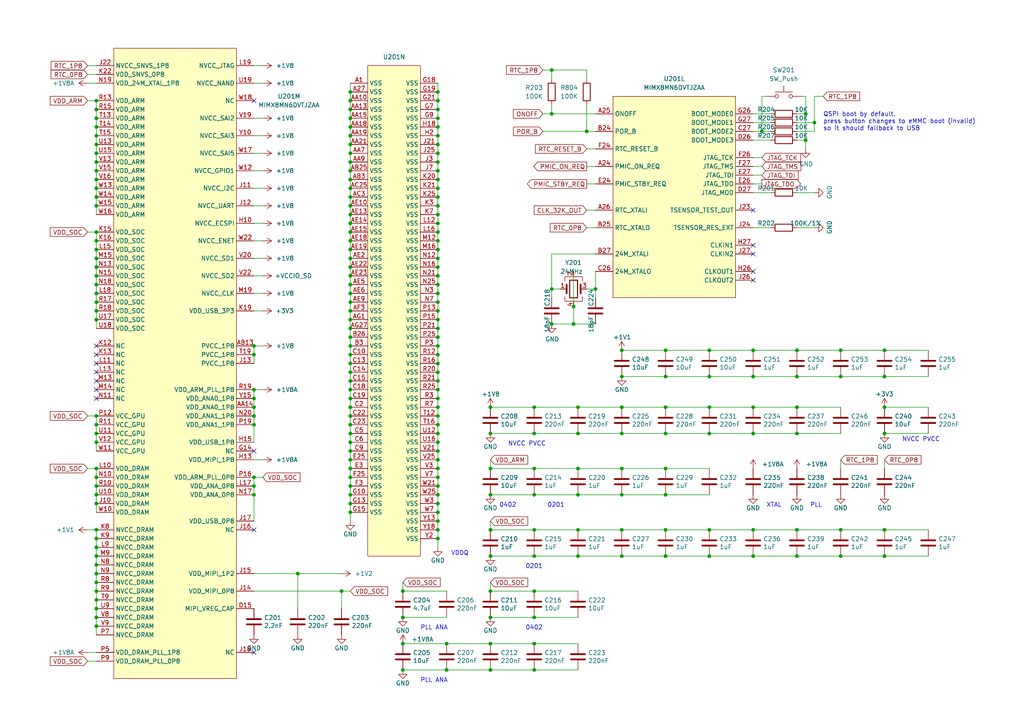
<source format=kicad_sch>
(kicad_sch (version 20230121) (generator eeschema)
  (paper "A4")
  (title_block (title "Sharket") (date "2022-09-21") (rev "0.0"))
  (lib_symbols
    (symbol "Device:C" (pin_numbers hide) (pin_names (offset 0.254))
      (property "Reference" "C" (at 0.635 2.54 0))
      (property "Value" "C" (at 0.635 -2.54 0))
      (symbol "C_1_1"
        (pin passive line (at 0 3.81 270) (length 2.794) (name "~") (number "1"))
        (pin passive line (at 0 -3.81 90) (length 2.794) (name "~") (number "2"))
      )
    )
    (symbol "Device:Crystal_GND24" (pin_names (offset 1.016) hide)
      (property "Reference" "Y" (at 3.175 5.08 0))
      (property "Value" "Crystal_GND24" (at 3.175 3.175 0))
      (symbol "Crystal_GND24_1_1"
        (pin passive line (at -3.81 0 0) (length 1.27) (name "1") (number "1"))
        (pin passive line (at 0 5.08 270) (length 1.27) (name "2") (number "2"))
        (pin passive line (at 3.81 0 180) (length 1.27) (name "3") (number "3"))
        (pin passive line (at 0 -5.08 90) (length 1.27) (name "4") (number "4"))
      )
    )
    (symbol "Device:R" (pin_numbers hide) (pin_names (offset 0))
      (property "Reference" "R" (at 2.032 0 90))
      (property "Value" "R" (at 0 0 90))
      (symbol "R_1_1"
        (pin passive line (at 0 3.81 270) (length 1.27) (name "~") (number "1"))
        (pin passive line (at 0 -3.81 90) (length 1.27) (name "~") (number "2"))
      )
    )
    (symbol "MIMX8MN6DVTJZAA_1"
      (property "Reference" "U" (at 0 0 0))
      (property "Value" "MIMX8MN6DVTJZAA_1" (at 0 -2.54 0))
      (symbol "MIMX8MN6DVTJZAA_1_1_1"
        (pin input line (at 22.86 -60.96 180) (length 5.08) (name "DRAM_DQS0_P") (number "A2"))
        (pin input line (at 22.86 -25.4 180) (length 5.08) (name "DRAM_DQ06") (number "A3"))
        (pin input line (at 22.86 -53.34 180) (length 5.08) (name "DRAM_DM0") (number "A4"))
        (pin input line (at 22.86 -10.16 180) (length 5.08) (name "DRAM_DQ00") (number "A5"))
        (pin input line (at 22.86 -129.54 180) (length 5.08) (name "NC") (number "AA1"))
        (pin input line (at 22.86 -81.28 180) (length 5.08) (name "NC") (number "AA2"))
        (pin input line (at 22.86 -121.92 180) (length 5.08) (name "NC") (number "AB1"))
        (pin input line (at 22.86 -78.74 180) (length 5.08) (name "NC") (number "AB2"))
        (pin input line (at -22.86 -81.28 0) (length 5.08) (name "DRAM_AC20") (number "AB4"))
        (pin input line (at -22.86 -83.82 0) (length 5.08) (name "DRAM_AC21") (number "AB5"))
        (pin input line (at -22.86 -119.38 0) (length 5.08) (name "DRAM_AC38") (number "AB6"))
        (pin input line (at 22.86 -93.98 180) (length 5.08) (name "NC") (number "AC1"))
        (pin input line (at 22.86 -96.52 180) (length 5.08) (name "NC") (number "AC2"))
        (pin input line (at -22.86 -60.96 0) (length 5.08) (name "DRAM_AC30") (number "AC4"))
        (pin input line (at 22.86 -106.68 180) (length 5.08) (name "NC") (number "AD1"))
        (pin input line (at 22.86 -104.14 180) (length 5.08) (name "NC") (number "AD2"))
        (pin input line (at -22.86 -63.5 0) (length 5.08) (name "DRAM_AC31") (number "AD5"))
        (pin input line (at 22.86 -109.22 180) (length 5.08) (name "NC") (number "AE1"))
        (pin input line (at 22.86 -111.76 180) (length 5.08) (name "NC") (number "AF1"))
        (pin input line (at 22.86 -139.7 180) (length 5.08) (name "NC") (number "AF2"))
        (pin input line (at 22.86 -116.84 180) (length 5.08) (name "NC") (number "AF4"))
        (pin input line (at 22.86 -101.6 180) (length 5.08) (name "NC") (number "AF5"))
        (pin input line (at 22.86 -137.16 180) (length 5.08) (name "NC") (number "AG2"))
        (pin input line (at 22.86 -114.3 180) (length 5.08) (name "NC") (number "AG3"))
        (pin input line (at 22.86 -124.46 180) (length 5.08) (name "NC") (number "AG4"))
        (pin input line (at 22.86 -99.06 180) (length 5.08) (name "NC") (number "AG5"))
        (pin input line (at 22.86 -22.86 180) (length 5.08) (name "DRAM_DQ05") (number "B1"))
        (pin input line (at 22.86 -63.5 180) (length 5.08) (name "DRAM_DQS0_N") (number "B2"))
        (pin input line (at 22.86 -27.94 180) (length 5.08) (name "DRAM_DQ07") (number "B4"))
        (pin input line (at 22.86 -12.7 180) (length 5.08) (name "DRAM_DQ01") (number "B5"))
        (pin input line (at 22.86 -20.32 180) (length 5.08) (name "DRAM_DQ04") (number "C1"))
        (pin input line (at 22.86 -17.78 180) (length 5.08) (name "DRAM_DQ03") (number "D1"))
        (pin input line (at 22.86 -15.24 180) (length 5.08) (name "DRAM_DQ02") (number "D2"))
        (pin input line (at -22.86 -17.78 0) (length 5.08) (name "DRAM_AC11") (number "D5"))
        (pin input line (at 22.86 -45.72 180) (length 5.08) (name "DRAM_DQ14") (number "E1"))
        (pin input line (at 22.86 -48.26 180) (length 5.08) (name "DRAM_DQ15") (number "E2"))
        (pin input line (at -22.86 -15.24 0) (length 5.08) (name "DRAM_AC10") (number "E4"))
        (pin input line (at 22.86 -55.88 180) (length 5.08) (name "DRAM_DM1") (number "F1"))
        (pin input line (at 22.86 -30.48 180) (length 5.08) (name "DRAM_DQ08") (number "F2"))
        (pin input line (at -22.86 -35.56 0) (length 5.08) (name "DRAM_AC00") (number "F4"))
        (pin input line (at -22.86 -38.1 0) (length 5.08) (name "DRAM_AC01") (number "F5"))
        (pin input line (at -22.86 -116.84 0) (length 5.08) (name "DRAM_AC06") (number "F6"))
        (pin input line (at 22.86 -68.58 180) (length 5.08) (name "DRAM_DQS1_P") (number "G1"))
        (pin input line (at 22.86 -33.02 180) (length 5.08) (name "DRAM_DQ09") (number "G2"))
        (pin input line (at 22.86 -71.12 180) (length 5.08) (name "DRAM_DQS1_N") (number "H1"))
        (pin input line (at 22.86 -35.56 180) (length 5.08) (name "DRAM_DQ10") (number "J1"))
        (pin input line (at 22.86 -38.1 180) (length 5.08) (name "DRAM_DQ11") (number "J2"))
        (pin input line (at -22.86 -30.48 0) (length 5.08) (name "DRAM_AC03") (number "J4"))
        (pin input line (at -22.86 -114.3 0) (length 5.08) (name "DRAM_AC07") (number "J5"))
        (pin input line (at -22.86 -10.16 0) (length 5.08) (name "DRAM_AC08") (number "J6"))
        (pin input line (at 22.86 -43.18 180) (length 5.08) (name "DRAM_DQ13") (number "K1"))
        (pin input line (at 22.86 -40.64 180) (length 5.08) (name "DRAM_DQ12") (number "K2"))
        (pin input line (at -22.86 -27.94 0) (length 5.08) (name "DRAM_AC02") (number "K4"))
        (pin input line (at -22.86 -50.8 0) (length 5.08) (name "DRAM_AC14") (number "K5"))
        (pin input line (at -22.86 -12.7 0) (length 5.08) (name "DRAM_AC09") (number "K6"))
        (pin input line (at -22.86 -45.72 0) (length 5.08) (name "DRAM_AC05") (number "L1"))
        (pin input line (at -22.86 -43.18 0) (length 5.08) (name "DRAM_AC04") (number "L2"))
        (pin input line (at -22.86 -101.6 0) (length 5.08) (name "DRAM_AC16") (number "M1"))
        (pin input line (at -22.86 -104.14 0) (length 5.08) (name "DRAM_AC17") (number "M2"))
        (pin input line (at -22.86 -124.46 0) (length 5.08) (name "DRAM_AC26") (number "N1"))
        (pin input line (at -22.86 -149.86 0) (length 5.08) (name "DRAM_AC19") (number "N2"))
        (pin input line (at -22.86 -20.32 0) (length 5.08) (name "DRAM_AC12") (number "N4"))
        (pin input line (at -22.86 -22.86 0) (length 5.08) (name "DRAM_AC13") (number "N5"))
        (pin input line (at -22.86 -111.76 0) (length 5.08) (name "DRAM_AC15") (number "N6"))
        (pin input line (at -22.86 -139.7 0) (length 5.08) (name "DRAM_VREF") (number "P1"))
        (pin input line (at -22.86 -144.78 0) (length 5.08) (name "DRAM_ZN") (number "P2"))
        (pin input line (at -22.86 -134.62 0) (length 5.08) (name "DRAM_RESET_N") (number "R1"))
        (pin input line (at -22.86 -129.54 0) (length 5.08) (name "DRAM_ALERT_N") (number "R2"))
        (pin input line (at -22.86 -66.04 0) (length 5.08) (name "DRAM_AC32") (number "R4"))
        (pin input line (at -22.86 -68.58 0) (length 5.08) (name "DRAM_AC33") (number "R5"))
        (pin input line (at -22.86 -127 0) (length 5.08) (name "DRAM_AC27") (number "R6"))
        (pin input line (at -22.86 -96.52 0) (length 5.08) (name "DRAM_AC34") (number "T1"))
        (pin input line (at -22.86 -121.92 0) (length 5.08) (name "DRAM_AC35") (number "T2"))
        (pin input line (at -22.86 -91.44 0) (length 5.08) (name "DRAM_AC25") (number "U1"))
        (pin input line (at -22.86 -88.9 0) (length 5.08) (name "DRAM_AC24") (number "U2"))
        (pin input line (at 22.86 -91.44 180) (length 5.08) (name "NC") (number "V1"))
        (pin input line (at 22.86 -88.9 180) (length 5.08) (name "NC") (number "V2"))
        (pin input line (at -22.86 -73.66 0) (length 5.08) (name "DRAM_AC23") (number "V4"))
        (pin input line (at -22.86 -106.68 0) (length 5.08) (name "DRAM_AC36") (number "V5"))
        (pin input line (at -22.86 -58.42 0) (length 5.08) (name "DRAM_AC29") (number "V6"))
        (pin input line (at 22.86 -83.82 180) (length 5.08) (name "NC") (number "W1"))
        (pin input line (at 22.86 -86.36 180) (length 5.08) (name "NC") (number "W2"))
        (pin input line (at -22.86 -76.2 0) (length 5.08) (name "DRAM_AC22") (number "W4"))
        (pin input line (at -22.86 -109.22 0) (length 5.08) (name "DRAM_AC37") (number "W5"))
        (pin input line (at -22.86 -55.88 0) (length 5.08) (name "DRAM_AC28") (number "W6"))
        (pin input line (at 22.86 -132.08 180) (length 5.08) (name "NC") (number "Y1"))
      )
      (symbol "MIMX8MN6DVTJZAA_1_2_1"
        (pin input line (at 15.24 -12.7 180) (length 5.08) (name "USB1_DN") (number "A22"))
        (pin input line (at 15.24 -35.56 180) (length 5.08) (name "NC") (number "A23"))
        (pin input line (at 15.24 -15.24 180) (length 5.08) (name "USB1_DP") (number "B22"))
        (pin input line (at 15.24 -38.1 180) (length 5.08) (name "NC") (number "B23"))
        (pin input line (at 15.24 -20.32 180) (length 5.08) (name "USB1_ID") (number "D22"))
        (pin input line (at 15.24 -43.18 180) (length 5.08) (name "NC") (number "D23"))
        (pin input line (at 15.24 -25.4 180) (length 5.08) (name "USB1_TXRTUNE") (number "E19"))
        (pin input line (at 15.24 -48.26 180) (length 5.08) (name "NC") (number "E22"))
        (pin input line (at 15.24 -10.16 180) (length 5.08) (name "USB1_VBUS") (number "F22"))
        (pin input line (at 15.24 -33.02 180) (length 5.08) (name "NC") (number "F23"))
      )
      (symbol "MIMX8MN6DVTJZAA_1_3_1"
        (pin input line (at 15.24 -17.78 180) (length 5.08) (name "NC") (number "A19"))
        (pin input line (at 15.24 -25.4 180) (length 5.08) (name "NC") (number "A20"))
        (pin input line (at 15.24 -10.16 180) (length 5.08) (name "NC") (number "A21"))
        (pin input line (at 15.24 -20.32 180) (length 5.08) (name "NC") (number "B19"))
        (pin input line (at 15.24 -27.94 180) (length 5.08) (name "NC") (number "B20"))
        (pin input line (at 15.24 -12.7 180) (length 5.08) (name "NC") (number "B21"))
        (pin input line (at 15.24 -33.02 180) (length 5.08) (name "NC") (number "D19"))
      )
      (symbol "MIMX8MN6DVTJZAA_1_4_1"
        (pin input line (at 15.24 -25.4 180) (length 5.08) (name "MIPI_DSI_D1_N") (number "A10"))
        (pin input line (at 15.24 -10.16 180) (length 5.08) (name "MIPI_DSI_CLK_N") (number "A11"))
        (pin input line (at 15.24 -33.02 180) (length 5.08) (name "MIPI_DSI_D2_N") (number "A12"))
        (pin input line (at 15.24 -40.64 180) (length 5.08) (name "MIPI_DSI_D3_N") (number "A13"))
        (pin input line (at 15.24 -17.78 180) (length 5.08) (name "MIPI_DSI_D0_N") (number "A9"))
        (pin input line (at 15.24 -27.94 180) (length 5.08) (name "MIPI_DSI_D1_P") (number "B10"))
        (pin input line (at 15.24 -12.7 180) (length 5.08) (name "MIPI_DSI_CLK_P") (number "B11"))
        (pin input line (at 15.24 -35.56 180) (length 5.08) (name "MIPI_DSI_D2_P") (number "B12"))
        (pin input line (at 15.24 -43.18 180) (length 5.08) (name "MIPI_DSI_D3_P") (number "B13"))
        (pin input line (at 15.24 -20.32 180) (length 5.08) (name "MIPI_DSI_D0_P") (number "B9"))
      )
      (symbol "MIMX8MN6DVTJZAA_1_5_1"
        (pin input line (at 15.24 -17.78 180) (length 5.08) (name "MIPI_CSI_D0_N") (number "A14"))
        (pin input line (at 15.24 -25.4 180) (length 5.08) (name "MIPI_CSI_D1_N") (number "A15"))
        (pin input line (at 15.24 -10.16 180) (length 5.08) (name "MIPI_CSI_CLK_N") (number "A16"))
        (pin input line (at 15.24 -33.02 180) (length 5.08) (name "MIPI_CSI_D2_N") (number "A17"))
        (pin input line (at 15.24 -40.64 180) (length 5.08) (name "MIPI_CSI_D3_N") (number "A18"))
        (pin input line (at 15.24 -20.32 180) (length 5.08) (name "MIPI_CSI_D0_P") (number "B14"))
        (pin input line (at 15.24 -27.94 180) (length 5.08) (name "MIPI_CSI_D1_P") (number "B15"))
        (pin input line (at 15.24 -12.7 180) (length 5.08) (name "MIPI_CSI_CLK_P") (number "B16"))
        (pin input line (at 15.24 -35.56 180) (length 5.08) (name "MIPI_CSI_D2_P") (number "B17"))
        (pin input line (at 15.24 -43.18 180) (length 5.08) (name "MIPI_CSI_D3_P") (number "B18"))
      )
      (symbol "MIMX8MN6DVTJZAA_1_6_1"
        (pin input line (at 20.32 -17.78 180) (length 5.08) (name "I2C2_SCL") (number "D10"))
        (pin input line (at 20.32 -33.02 180) (length 5.08) (name "I2C4_SCL") (number "D13"))
        (pin input line (at -20.32 -27.94 0) (length 5.08) (name "UART3_TXD") (number "D18"))
        (pin input line (at 20.32 -20.32 180) (length 5.08) (name "I2C2_SDA") (number "D9"))
        (pin input line (at 20.32 -25.4 180) (length 5.08) (name "I2C3_SCL") (number "E10"))
        (pin input line (at 20.32 -35.56 180) (length 5.08) (name "I2C4_SDA") (number "E13"))
        (pin input line (at -20.32 -10.16 0) (length 5.08) (name "UART1_RXD") (number "E14"))
        (pin input line (at -20.32 -20.32 0) (length 5.08) (name "UART2_TXD") (number "E15"))
        (pin input line (at -20.32 -25.4 0) (length 5.08) (name "UART3_RXD") (number "E18"))
        (pin input line (at 20.32 -10.16 180) (length 5.08) (name "I2C1_SCL") (number "E9"))
        (pin input line (at 20.32 -27.94 180) (length 5.08) (name "I2C3_SDA") (number "F10"))
        (pin input line (at -20.32 -12.7 0) (length 5.08) (name "UART1_TXD") (number "F13"))
        (pin input line (at -20.32 -17.78 0) (length 5.08) (name "UART2_RXD") (number "F15"))
        (pin input line (at -20.32 -35.56 0) (length 5.08) (name "UART4_TXD") (number "F18"))
        (pin input line (at -20.32 -33.02 0) (length 5.08) (name "UART4_RXD") (number "F19"))
        (pin input line (at 20.32 -12.7 180) (length 5.08) (name "I2C1_SDA") (number "F9"))
      )
      (symbol "MIMX8MN6DVTJZAA_1_7_1"
        (pin input line (at -20.32 -15.24 0) (length 5.08) (name "SAI5_RXFS") (number "AB15"))
        (pin input line (at 20.32 -10.16 180) (length 5.08) (name "NC") (number "AB18"))
        (pin input line (at 20.32 -15.24 180) (length 5.08) (name "NC") (number "AB19"))
        (pin input line (at 20.32 -93.98 180) (length 5.08) (name "SAI2_RXC") (number "AB22"))
        (pin input line (at -20.32 -30.48 0) (length 5.08) (name "SAI5_RXD3") (number "AC13"))
        (pin input line (at -20.32 -25.4 0) (length 5.08) (name "SAI5_RXD1") (number "AC14"))
        (pin input line (at -20.32 -17.78 0) (length 5.08) (name "SAI5_RXC") (number "AC15"))
        (pin input line (at 20.32 -17.78 180) (length 5.08) (name "NC") (number "AC18"))
        (pin input line (at 20.32 -91.44 180) (length 5.08) (name "SAI2_RXFS") (number "AC19"))
        (pin input line (at 20.32 -86.36 180) (length 5.08) (name "SAI2_TXD0") (number "AC22"))
        (pin input line (at 20.32 -96.52 180) (length 5.08) (name "SAI2_RXD0") (number "AC24"))
        (pin input line (at -20.32 -40.64 0) (length 5.08) (name "SAI3_TXFS") (number "AC6"))
        (pin input line (at -20.32 -27.94 0) (length 5.08) (name "SAI5_RXD2") (number "AD13"))
        (pin input line (at -20.32 -10.16 0) (length 5.08) (name "SAI5_MCLK") (number "AD15"))
        (pin input line (at -20.32 -22.86 0) (length 5.08) (name "SAI5_RXD0") (number "AD18"))
        (pin input line (at 20.32 -76.2 180) (length 5.08) (name "SAI2_MCLK") (number "AD19"))
        (pin input line (at 20.32 -83.82 180) (length 5.08) (name "SAI2_TXC") (number "AD22"))
        (pin input line (at 20.32 -81.28 180) (length 5.08) (name "SAI2_TXFS") (number "AD23"))
        (pin input line (at -20.32 -35.56 0) (length 5.08) (name "SAI3_MCLK") (number "AD6"))
        (pin input line (at 20.32 -55.88 180) (length 5.08) (name "NC") (number "AF15"))
        (pin input line (at 20.32 -48.26 180) (length 5.08) (name "NC") (number "AF16"))
        (pin input line (at 20.32 -60.96 180) (length 5.08) (name "NC") (number "AF17"))
        (pin input line (at 20.32 -66.04 180) (length 5.08) (name "NC") (number "AF18"))
        (pin input line (at 20.32 -71.12 180) (length 5.08) (name "NC") (number "AF19"))
        (pin input line (at 20.32 -25.4 180) (length 5.08) (name "NC") (number "AF20"))
        (pin input line (at 20.32 -30.48 180) (length 5.08) (name "NC") (number "AF21"))
        (pin input line (at 20.32 -35.56 180) (length 5.08) (name "NC") (number "AF22"))
        (pin input line (at 20.32 -40.64 180) (length 5.08) (name "NC") (number "AF23"))
        (pin input line (at -20.32 -45.72 0) (length 5.08) (name "SAI3_TXD") (number "AF6"))
        (pin input line (at -20.32 -55.88 0) (length 5.08) (name "SAI3_RXD") (number "AF7"))
        (pin input line (at -20.32 -66.04 0) (length 5.08) (name "SPDIF_EXT_CLK") (number "AF8"))
        (pin input line (at -20.32 -60.96 0) (length 5.08) (name "SPDIF_TX") (number "AF9"))
        (pin input line (at 20.32 -53.34 180) (length 5.08) (name "NC") (number "AG15"))
        (pin input line (at 20.32 -45.72 180) (length 5.08) (name "NC") (number "AG16"))
        (pin input line (at 20.32 -58.42 180) (length 5.08) (name "NC") (number "AG17"))
        (pin input line (at 20.32 -63.5 180) (length 5.08) (name "NC") (number "AG18"))
        (pin input line (at 20.32 -68.58 180) (length 5.08) (name "NC") (number "AG19"))
        (pin input line (at 20.32 -22.86 180) (length 5.08) (name "NC") (number "AG20"))
        (pin input line (at 20.32 -27.94 180) (length 5.08) (name "NC") (number "AG21"))
        (pin input line (at 20.32 -33.02 180) (length 5.08) (name "NC") (number "AG22"))
        (pin input line (at 20.32 -38.1 180) (length 5.08) (name "NC") (number "AG23"))
        (pin input line (at -20.32 -43.18 0) (length 5.08) (name "SAI3_TXC") (number "AG6"))
        (pin input line (at -20.32 -53.34 0) (length 5.08) (name "SAI3_RXC") (number "AG7"))
        (pin input line (at -20.32 -50.8 0) (length 5.08) (name "SAI3_RXFS") (number "AG8"))
        (pin input line (at -20.32 -63.5 0) (length 5.08) (name "SPDIF_RX") (number "AG9"))
      )
      (symbol "MIMX8MN6DVTJZAA_1_8_1"
        (pin input line (at 15.24 -45.72 180) (length 5.08) (name "NAND_DATA02") (number "K23"))
        (pin input line (at 15.24 -43.18 180) (length 5.08) (name "NAND_DATA01") (number "K24"))
        (pin input line (at 15.24 -55.88 180) (length 5.08) (name "NAND_DATA06") (number "K26"))
        (pin input line (at 15.24 -25.4 180) (length 5.08) (name "NAND_CLE") (number "K27"))
        (pin input line (at 15.24 -53.34 180) (length 5.08) (name "NAND_DATA05") (number "L26"))
        (pin input line (at 15.24 -17.78 180) (length 5.08) (name "NAND_CE3_B") (number "L27"))
        (pin input line (at 15.24 -50.8 180) (length 5.08) (name "NAND_DATA04") (number "M26"))
        (pin input line (at 15.24 -15.24 180) (length 5.08) (name "NAND_CE2_B") (number "M27"))
        (pin input line (at 15.24 -22.86 180) (length 5.08) (name "NAND_ALE") (number "N22"))
        (pin input line (at 15.24 -48.26 180) (length 5.08) (name "NAND_DATA03") (number "N23"))
        (pin input line (at 15.24 -10.16 180) (length 5.08) (name "NAND_CE0_B") (number "N24"))
        (pin input line (at 15.24 -58.42 180) (length 5.08) (name "NAND_DATA07") (number "N26"))
        (pin input line (at 15.24 -27.94 180) (length 5.08) (name "NAND_RE_B") (number "N27"))
        (pin input line (at 15.24 -40.64 180) (length 5.08) (name "NAND_DATA00") (number "P23"))
        (pin input line (at 15.24 -35.56 180) (length 5.08) (name "NAND_READY_B") (number "P26"))
        (pin input line (at 15.24 -12.7 180) (length 5.08) (name "NAND_CE1_B") (number "P27"))
        (pin input line (at 15.24 -63.5 180) (length 5.08) (name "NAND_DQS") (number "R22"))
        (pin input line (at 15.24 -30.48 180) (length 5.08) (name "NAND_WE_B") (number "R26"))
        (pin input line (at 15.24 -33.02 180) (length 5.08) (name "NAND_WP_B") (number "R27"))
      )
      (symbol "MIMX8MN6DVTJZAA_1_9_1"
        (pin input line (at 20.32 -33.02 180) (length 5.08) (name "SD2_CD_B") (number "AA26"))
        (pin input line (at 20.32 -30.48 180) (length 5.08) (name "SD2_WP") (number "AA27"))
        (pin input line (at 20.32 -17.78 180) (length 5.08) (name "SD2_DATA0") (number "AB23"))
        (pin input line (at 20.32 -20.32 180) (length 5.08) (name "SD2_DATA1") (number "AB24"))
        (pin input line (at 20.32 -35.56 180) (length 5.08) (name "SD2_RESET_B") (number "AB26"))
        (pin input line (at -20.32 -40.64 0) (length 5.08) (name "SD1_RESET_B") (number "R23"))
        (pin input line (at -20.32 -43.18 0) (length 5.08) (name "SD1_STROBE") (number "R24"))
        (pin input line (at -20.32 -25.4 0) (length 5.08) (name "SD1_DATA3") (number "T26"))
        (pin input line (at -20.32 -22.86 0) (length 5.08) (name "SD1_DATA2") (number "T27"))
        (pin input line (at -20.32 -30.48 0) (length 5.08) (name "SD1_DATA5") (number "U26"))
        (pin input line (at -20.32 -27.94 0) (length 5.08) (name "SD1_DATA4") (number "U27"))
        (pin input line (at 20.32 -25.4 180) (length 5.08) (name "SD2_DATA3") (number "V23"))
        (pin input line (at 20.32 -22.86 180) (length 5.08) (name "SD2_DATA2") (number "V24"))
        (pin input line (at -20.32 -10.16 0) (length 5.08) (name "SD1_CLK") (number "V26"))
        (pin input line (at -20.32 -12.7 0) (length 5.08) (name "SD1_CMD") (number "V27"))
        (pin input line (at 20.32 -10.16 180) (length 5.08) (name "SD2_CLK") (number "W23"))
        (pin input line (at 20.32 -12.7 180) (length 5.08) (name "SD2_CMD") (number "W24"))
        (pin input line (at -20.32 -35.56 0) (length 5.08) (name "SD1_DATA7") (number "W26"))
        (pin input line (at -20.32 -33.02 0) (length 5.08) (name "SD1_DATA6") (number "W27"))
        (pin input line (at -20.32 -20.32 0) (length 5.08) (name "SD1_DATA1") (number "Y26"))
        (pin input line (at -20.32 -17.78 0) (length 5.08) (name "SD1_DATA0") (number "Y27"))
      )
      (symbol "MIMX8MN6DVTJZAA_1_10_1"
        (pin input line (at 15.24 -12.7 180) (length 5.08) (name "ENET_MDIO") (number "AB27"))
        (pin input line (at 15.24 -48.26 180) (length 5.08) (name "ENET_RD3") (number "AC26"))
        (pin input line (at 15.24 -10.16 180) (length 5.08) (name "ENET_MDC") (number "AC27"))
        (pin input line (at 15.24 -45.72 180) (length 5.08) (name "ENET_RD2") (number "AD26"))
        (pin input line (at 15.24 -43.18 180) (length 5.08) (name "ENET_RD1") (number "AD27"))
        (pin input line (at 15.24 -38.1 180) (length 5.08) (name "ENET_RXC") (number "AE26"))
        (pin input line (at 15.24 -40.64 180) (length 5.08) (name "ENET_RD0") (number "AE27"))
        (pin input line (at 15.24 -17.78 180) (length 5.08) (name "ENET_TX_CTL") (number "AF24"))
        (pin input line (at 15.24 -30.48 180) (length 5.08) (name "ENET_TD3") (number "AF25"))
        (pin input line (at 15.24 -25.4 180) (length 5.08) (name "ENET_TD1") (number "AF26"))
        (pin input line (at 15.24 -35.56 180) (length 5.08) (name "ENET_RX_CTL") (number "AF27"))
        (pin input line (at 15.24 -20.32 180) (length 5.08) (name "ENET_TXC") (number "AG24"))
        (pin input line (at 15.24 -27.94 180) (length 5.08) (name "ENET_TD2") (number "AG25"))
        (pin input line (at 15.24 -22.86 180) (length 5.08) (name "ENET_TD0") (number "AG26"))
      )
      (symbol "MIMX8MN6DVTJZAA_1_11_1"
        (pin input line (at -20.32 -38.1 0) (length 5.08) (name "ECSPI2_SS0") (number "A6"))
        (pin input line (at -20.32 -17.78 0) (length 5.08) (name "ECSPI1_MISO") (number "A7"))
        (pin input line (at -20.32 -33.02 0) (length 5.08) (name "ECSPI2_MISO") (number "A8"))
        (pin input line (at 20.32 -40.64 180) (length 5.08) (name "GPIO1_IO12") (number "AB10"))
        (pin input line (at 20.32 -48.26 180) (length 5.08) (name "GPIO1_IO15") (number "AB9"))
        (pin input line (at 20.32 -38.1 180) (length 5.08) (name "GPIO1_IO11") (number "AC10"))
        (pin input line (at 20.32 -45.72 180) (length 5.08) (name "GPIO1_IO14") (number "AC9"))
        (pin input line (at 20.32 -35.56 180) (length 5.08) (name "GPIO1_IO10") (number "AD10"))
        (pin input line (at 20.32 -43.18 180) (length 5.08) (name "GPIO1_IO13") (number "AD9"))
        (pin input line (at 20.32 -33.02 180) (length 5.08) (name "GPIO1_IO09") (number "AF10"))
        (pin input line (at 20.32 -27.94 180) (length 5.08) (name "GPIO1_IO07") (number "AF11"))
        (pin input line (at 20.32 -22.86 180) (length 5.08) (name "GPIO1_IO05") (number "AF12"))
        (pin input line (at 20.32 -17.78 180) (length 5.08) (name "GPIO1_IO03") (number "AF13"))
        (pin input line (at 20.32 -12.7 180) (length 5.08) (name "GPIO1_IO01") (number "AF14"))
        (pin input line (at 20.32 -30.48 180) (length 5.08) (name "GPIO1_IO08") (number "AG10"))
        (pin input line (at 20.32 -25.4 180) (length 5.08) (name "GPIO1_IO06") (number "AG11"))
        (pin input line (at 20.32 -20.32 180) (length 5.08) (name "GPIO1_IO04") (number "AG12"))
        (pin input line (at 20.32 -15.24 180) (length 5.08) (name "GPIO1_IO02") (number "AG13"))
        (pin input line (at 20.32 -10.16 180) (length 5.08) (name "GPIO1_IO00") (number "AG14"))
        (pin input line (at -20.32 -22.86 0) (length 5.08) (name "ECSPI1_SS0") (number "B6"))
        (pin input line (at -20.32 -20.32 0) (length 5.08) (name "ECSPI1_MOSI") (number "B7"))
        (pin input line (at -20.32 -35.56 0) (length 5.08) (name "ECSPI2_MOSI") (number "B8"))
        (pin input line (at -20.32 -15.24 0) (length 5.08) (name "ECSPI1_SCLK") (number "D6"))
        (pin input line (at -20.32 -30.48 0) (length 5.08) (name "ECSPI2_SCLK") (number "E6"))
      )
      (symbol "MIMX8MN6DVTJZAA_1_12_1"
        (pin input line (at -22.86 -25.4 0) (length 5.08) (name "PMIC_ON_REQ") (number "A24"))
        (pin input line (at -22.86 -10.16 0) (length 5.08) (name "ONOFF") (number "A25"))
        (pin input line (at -22.86 -38.1 0) (length 5.08) (name "RTC_XTALI") (number "A26"))
        (pin input line (at -22.86 -15.24 0) (length 5.08) (name "POR_B") (number "B24"))
        (pin input line (at -22.86 -43.18 0) (length 5.08) (name "RTC_XTALO") (number "B25"))
        (pin input line (at -22.86 -50.8 0) (length 5.08) (name "24M_XTALI") (number "B27"))
        (pin input line (at -22.86 -55.88 0) (length 5.08) (name "24M_XTALO") (number "C26"))
        (pin input line (at 22.86 -15.24 180) (length 5.08) (name "BOOT_MODE2") (number "C27"))
        (pin input line (at 22.86 -17.78 180) (length 5.08) (name "BOOT_MODE3") (number "D26"))
        (pin input line (at 22.86 -33.02 180) (length 5.08) (name "JTAG_MOD") (number "D27"))
        (pin input line (at -22.86 -30.48 0) (length 5.08) (name "PMIC_STBY_REQ") (number "E24"))
        (pin input line (at 22.86 -30.48 180) (length 5.08) (name "JTAG_TDO") (number "E26"))
        (pin input line (at 22.86 -27.94 180) (length 5.08) (name "JTAG_TDI") (number "E27"))
        (pin input line (at -22.86 -20.32 0) (length 5.08) (name "RTC_RESET_B") (number "F24"))
        (pin input line (at 22.86 -22.86 180) (length 5.08) (name "JTAG_TCK") (number "F26"))
        (pin input line (at 22.86 -25.4 180) (length 5.08) (name "JTAG_TMS") (number "F27"))
        (pin input line (at 22.86 -10.16 180) (length 5.08) (name "BOOT_MODE0") (number "G26"))
        (pin input line (at 22.86 -12.7 180) (length 5.08) (name "BOOT_MODE1") (number "G27"))
        (pin input line (at 22.86 -55.88 180) (length 5.08) (name "CLKOUT1") (number "H26"))
        (pin input line (at 22.86 -48.26 180) (length 5.08) (name "CLKIN1") (number "H27"))
        (pin input line (at 22.86 -38.1 180) (length 5.08) (name "TSENSOR_TEST_OUT") (number "J23"))
        (pin input line (at 22.86 -43.18 180) (length 5.08) (name "TSENSOR_RES_EXT") (number "J24"))
        (pin input line (at 22.86 -58.42 180) (length 5.08) (name "CLKOUT2") (number "J26"))
        (pin input line (at 22.86 -50.8 180) (length 5.08) (name "CLKIN2") (number "J27"))
      )
      (symbol "MIMX8MN6DVTJZAA_1_13_1"
        (pin input line (at 22.86 -109.22 180) (length 5.08) (name "VDD_ANA0_1P8") (number "AA14"))
        (pin input line (at 22.86 -91.44 180) (length 5.08) (name "PVCC_1P8") (number "AB13"))
        (pin input line (at 22.86 -167.64 180) (length 5.08) (name "MIPI_VREG_CAP") (number "D15"))
        (pin input line (at 22.86 -121.92 180) (length 5.08) (name "NC") (number "G14"))
        (pin input line (at 22.86 -55.88 180) (length 5.08) (name "NVCC_ECSPI") (number "H10"))
        (pin input line (at 22.86 -124.46 180) (length 5.08) (name "VDD_MIPI_1P8") (number "H13"))
        (pin input line (at 22.86 -119.38 180) (length 5.08) (name "VDD_USB_1P8") (number "H15"))
        (pin input line (at -22.86 -137.16 0) (length 5.08) (name "VDD_DRAM") (number "J10"))
        (pin input line (at 22.86 -45.72 180) (length 5.08) (name "NVCC_I2C") (number "J11"))
        (pin input line (at 22.86 -50.8 180) (length 5.08) (name "NVCC_UART") (number "J12"))
        (pin input line (at 22.86 -96.52 180) (length 5.08) (name "PVCC_1P8") (number "J13"))
        (pin input line (at 22.86 -162.56 180) (length 5.08) (name "VDD_MIPI_0P8") (number "J14"))
        (pin input line (at 22.86 -157.48 180) (length 5.08) (name "VDD_MIPI_1P2") (number "J15"))
        (pin input line (at 22.86 -144.78 180) (length 5.08) (name "NC") (number "J16"))
        (pin input line (at 22.86 -142.24 180) (length 5.08) (name "VDD_USB_0P8") (number "J17"))
        (pin input line (at 22.86 -180.34 180) (length 5.08) (name "NC") (number "J18"))
        (pin input line (at -22.86 -10.16 0) (length 5.08) (name "NVCC_SNVS_1P8") (number "J22"))
        (pin input line (at -22.86 -91.44 0) (length 5.08) (name "NC") (number "K12"))
        (pin input line (at -22.86 -93.98 0) (length 5.08) (name "NC") (number "K13"))
        (pin input line (at -22.86 -58.42 0) (length 5.08) (name "VDD_SOC") (number "K15"))
        (pin input line (at -22.86 -60.96 0) (length 5.08) (name "VDD_SOC") (number "K16"))
        (pin input line (at 22.86 -81.28 180) (length 5.08) (name "VDD_USB_3P3") (number "K19"))
        (pin input line (at -22.86 -12.7 0) (length 5.08) (name "VDD_SNVS_0P8") (number "K22"))
        (pin input line (at -22.86 -144.78 0) (length 5.08) (name "NVCC_DRAM") (number "K8"))
        (pin input line (at -22.86 -147.32 0) (length 5.08) (name "NVCC_DRAM") (number "K9"))
        (pin input line (at -22.86 -127 0) (length 5.08) (name "VDD_DRAM") (number "L10"))
        (pin input line (at -22.86 -96.52 0) (length 5.08) (name "NC") (number "L11"))
        (pin input line (at -22.86 -99.06 0) (length 5.08) (name "NC") (number "L13"))
        (pin input line (at -22.86 -63.5 0) (length 5.08) (name "VDD_SOC") (number "L15"))
        (pin input line (at 22.86 -132.08 180) (length 5.08) (name "VDD_ANA_0P8") (number "L17"))
        (pin input line (at -22.86 -76.2 0) (length 5.08) (name "VDD_SOC") (number "L18"))
        (pin input line (at 22.86 -10.16 180) (length 5.08) (name "NVCC_JTAG") (number "L19"))
        (pin input line (at -22.86 -149.86 0) (length 5.08) (name "NVCC_DRAM") (number "L9"))
        (pin input line (at -22.86 -101.6 0) (length 5.08) (name "NC") (number "M13"))
        (pin input line (at -22.86 -104.14 0) (length 5.08) (name "NC") (number "M14"))
        (pin input line (at -22.86 -66.04 0) (length 5.08) (name "VDD_SOC") (number "M15"))
        (pin input line (at 22.86 -76.2 180) (length 5.08) (name "NVCC_CLK") (number "M19"))
        (pin input line (at -22.86 -152.4 0) (length 5.08) (name "NVCC_DRAM") (number "M9"))
        (pin input line (at -22.86 -129.54 0) (length 5.08) (name "VDD_DRAM") (number "N10"))
        (pin input line (at -22.86 -106.68 0) (length 5.08) (name "NC") (number "N11"))
        (pin input line (at -22.86 -68.58 0) (length 5.08) (name "VDD_SOC") (number "N13"))
        (pin input line (at -22.86 -71.12 0) (length 5.08) (name "VDD_SOC") (number "N15"))
        (pin input line (at 22.86 -134.62 180) (length 5.08) (name "VDD_ANA_0P8") (number "N17"))
        (pin input line (at -22.86 -73.66 0) (length 5.08) (name "VDD_SOC") (number "N18"))
        (pin input line (at -22.86 -15.24 0) (length 5.08) (name "VDD_24M_XTAL_1P8") (number "N19"))
        (pin input line (at 22.86 -111.76 180) (length 5.08) (name "VDD_ANA1_1P8") (number "N20"))
        (pin input line (at -22.86 -154.94 0) (length 5.08) (name "NVCC_DRAM") (number "N8"))
        (pin input line (at -22.86 -157.48 0) (length 5.08) (name "NVCC_DRAM") (number "N9"))
        (pin input line (at -22.86 -111.76 0) (length 5.08) (name "VCC_GPU") (number "P12"))
        (pin input line (at 22.86 -129.54 180) (length 5.08) (name "VDD_ARM_PLL_0P8") (number "P16"))
        (pin input line (at 22.86 -114.3 180) (length 5.08) (name "VDD_ANA1_1P8") (number "P19"))
        (pin input line (at -22.86 -180.34 0) (length 5.08) (name "VDD_DRAM_PLL_1P8") (number "P5"))
        (pin input line (at -22.86 -175.26 0) (length 5.08) (name "NVCC_DRAM") (number "P7"))
        (pin input line (at -22.86 -182.88 0) (length 5.08) (name "VDD_DRAM_PLL_0P8") (number "P9"))
        (pin input line (at -22.86 -132.08 0) (length 5.08) (name "VDD_DRAM") (number "R10"))
        (pin input line (at -22.86 -114.3 0) (length 5.08) (name "VCC_GPU") (number "R11"))
        (pin input line (at -22.86 -20.32 0) (length 5.08) (name "VDD_ARM") (number "R13"))
        (pin input line (at -22.86 -22.86 0) (length 5.08) (name "VDD_ARM") (number "R15"))
        (pin input line (at -22.86 -78.74 0) (length 5.08) (name "VDD_SOC") (number "R17"))
        (pin input line (at -22.86 -81.28 0) (length 5.08) (name "VDD_SOC") (number "R18"))
        (pin input line (at 22.86 -104.14 180) (length 5.08) (name "VDD_ARM_PLL_1P8") (number "R19"))
        (pin input line (at -22.86 -160.02 0) (length 5.08) (name "NVCC_DRAM") (number "R8"))
        (pin input line (at -22.86 -162.56 0) (length 5.08) (name "NVCC_DRAM") (number "R9"))
        (pin input line (at -22.86 -25.4 0) (length 5.08) (name "VDD_ARM") (number "T13"))
        (pin input line (at -22.86 -27.94 0) (length 5.08) (name "VDD_ARM") (number "T14"))
        (pin input line (at -22.86 -30.48 0) (length 5.08) (name "VDD_ARM") (number "T15"))
        (pin input line (at 22.86 -93.98 180) (length 5.08) (name "PVCC_1P8") (number "T19"))
        (pin input line (at -22.86 -165.1 0) (length 5.08) (name "NVCC_DRAM") (number "T9"))
        (pin input line (at -22.86 -134.62 0) (length 5.08) (name "VDD_DRAM") (number "U10"))
        (pin input line (at -22.86 -116.84 0) (length 5.08) (name "VCC_GPU") (number "U11"))
        (pin input line (at -22.86 -33.02 0) (length 5.08) (name "VDD_ARM") (number "U13"))
        (pin input line (at -22.86 -35.56 0) (length 5.08) (name "VDD_ARM") (number "U15"))
        (pin input line (at -22.86 -83.82 0) (length 5.08) (name "VDD_SOC") (number "U17"))
        (pin input line (at -22.86 -86.36 0) (length 5.08) (name "VDD_SOC") (number "U18"))
        (pin input line (at 22.86 -15.24 180) (length 5.08) (name "NVCC_NAND") (number "U19"))
        (pin input line (at -22.86 -167.64 0) (length 5.08) (name "NVCC_DRAM") (number "U9"))
        (pin input line (at -22.86 -119.38 0) (length 5.08) (name "VCC_GPU") (number "V12"))
        (pin input line (at -22.86 -38.1 0) (length 5.08) (name "VDD_ARM") (number "V13"))
        (pin input line (at -22.86 -40.64 0) (length 5.08) (name "VDD_ARM") (number "V15"))
        (pin input line (at -22.86 -43.18 0) (length 5.08) (name "VDD_ARM") (number "V16"))
        (pin input line (at 22.86 -25.4 180) (length 5.08) (name "NVCC_SAI2") (number "V19"))
        (pin input line (at 22.86 -66.04 180) (length 5.08) (name "NVCC_SD1") (number "V20"))
        (pin input line (at 22.86 -71.12 180) (length 5.08) (name "NVCC_SD2") (number "V22"))
        (pin input line (at -22.86 -170.18 0) (length 5.08) (name "NVCC_DRAM") (number "V8"))
        (pin input line (at -22.86 -172.72 0) (length 5.08) (name "NVCC_DRAM") (number "V9"))
        (pin input line (at -22.86 -139.7 0) (length 5.08) (name "VDD_DRAM") (number "W10"))
        (pin input line (at -22.86 -121.92 0) (length 5.08) (name "VCC_GPU") (number "W11"))
        (pin input line (at 22.86 -40.64 180) (length 5.08) (name "NVCC_GPIO1") (number "W12"))
        (pin input line (at -22.86 -45.72 0) (length 5.08) (name "VDD_ARM") (number "W13"))
        (pin input line (at -22.86 -48.26 0) (length 5.08) (name "VDD_ARM") (number "W14"))
        (pin input line (at -22.86 -50.8 0) (length 5.08) (name "VDD_ARM") (number "W15"))
        (pin input line (at -22.86 -53.34 0) (length 5.08) (name "VDD_ARM") (number "W16"))
        (pin input line (at 22.86 -35.56 180) (length 5.08) (name "NVCC_SAI5") (number "W17"))
        (pin input line (at 22.86 -20.32 180) (length 5.08) (name "NC") (number "W18"))
        (pin input line (at 22.86 -60.96 180) (length 5.08) (name "NVCC_ENET") (number "W22"))
        (pin input line (at 22.86 -30.48 180) (length 5.08) (name "NVCC_SAI3") (number "Y10"))
        (pin input line (at 22.86 -106.68 180) (length 5.08) (name "VDD_ANA0_1P8") (number "Y15"))
      )
      (symbol "MIMX8MN6DVTJZAA_1_14_1"
        (pin input line (at -12.7 -10.16 0) (length 5.08) (name "VSS") (number "A1"))
        (pin input line (at -12.7 -12.7 0) (length 5.08) (name "VSS") (number "A27"))
        (pin input line (at -12.7 -15.24 0) (length 5.08) (name "VSS") (number "AA10"))
        (pin input line (at -12.7 -17.78 0) (length 5.08) (name "VSS") (number "AA13"))
        (pin input line (at -12.7 -20.32 0) (length 5.08) (name "VSS") (number "AA15"))
        (pin input line (at -12.7 -22.86 0) (length 5.08) (name "VSS") (number "AA18"))
        (pin input line (at -12.7 -25.4 0) (length 5.08) (name "VSS") (number "AA19"))
        (pin input line (at -12.7 -27.94 0) (length 5.08) (name "VSS") (number "AA21"))
        (pin input line (at -12.7 -30.48 0) (length 5.08) (name "VSS") (number "AA7"))
        (pin input line (at -12.7 -33.02 0) (length 5.08) (name "VSS") (number "AA9"))
        (pin input line (at -12.7 -35.56 0) (length 5.08) (name "VSS") (number "AB25"))
        (pin input line (at -12.7 -38.1 0) (length 5.08) (name "VSS") (number "AB3"))
        (pin input line (at -12.7 -40.64 0) (length 5.08) (name "VSS") (number "AC25"))
        (pin input line (at -12.7 -43.18 0) (length 5.08) (name "VSS") (number "AC3"))
        (pin input line (at -12.7 -45.72 0) (length 5.08) (name "VSS") (number "AE10"))
        (pin input line (at -12.7 -48.26 0) (length 5.08) (name "VSS") (number "AE13"))
        (pin input line (at -12.7 -50.8 0) (length 5.08) (name "VSS") (number "AE14"))
        (pin input line (at -12.7 -53.34 0) (length 5.08) (name "VSS") (number "AE15"))
        (pin input line (at -12.7 -55.88 0) (length 5.08) (name "VSS") (number "AE18"))
        (pin input line (at -12.7 -58.42 0) (length 5.08) (name "VSS") (number "AE19"))
        (pin input line (at -12.7 -60.96 0) (length 5.08) (name "VSS") (number "AE2"))
        (pin input line (at -12.7 -63.5 0) (length 5.08) (name "VSS") (number "AE22"))
        (pin input line (at -12.7 -66.04 0) (length 5.08) (name "VSS") (number "AE23"))
        (pin input line (at -12.7 -68.58 0) (length 5.08) (name "VSS") (number "AE5"))
        (pin input line (at -12.7 -71.12 0) (length 5.08) (name "VSS") (number "AE6"))
        (pin input line (at -12.7 -73.66 0) (length 5.08) (name "VSS") (number "AE9"))
        (pin input line (at -12.7 -76.2 0) (length 5.08) (name "VSS") (number "AF3"))
        (pin input line (at -12.7 -78.74 0) (length 5.08) (name "VSS") (number "AG1"))
        (pin input line (at -12.7 -81.28 0) (length 5.08) (name "VSS") (number "AG27"))
        (pin input line (at -12.7 -83.82 0) (length 5.08) (name "VSS") (number "B26"))
        (pin input line (at -12.7 -86.36 0) (length 5.08) (name "VSS") (number "B3"))
        (pin input line (at -12.7 -88.9 0) (length 5.08) (name "VSS") (number "C10"))
        (pin input line (at -12.7 -91.44 0) (length 5.08) (name "VSS") (number "C13"))
        (pin input line (at -12.7 -93.98 0) (length 5.08) (name "VSS") (number "C14"))
        (pin input line (at -12.7 -96.52 0) (length 5.08) (name "VSS") (number "C15"))
        (pin input line (at -12.7 -99.06 0) (length 5.08) (name "VSS") (number "C18"))
        (pin input line (at -12.7 -101.6 0) (length 5.08) (name "VSS") (number "C19"))
        (pin input line (at -12.7 -104.14 0) (length 5.08) (name "VSS") (number "C2"))
        (pin input line (at -12.7 -106.68 0) (length 5.08) (name "VSS") (number "C22"))
        (pin input line (at -12.7 -109.22 0) (length 5.08) (name "VSS") (number "C23"))
        (pin input line (at -12.7 -111.76 0) (length 5.08) (name "VSS") (number "C5"))
        (pin input line (at -12.7 -114.3 0) (length 5.08) (name "VSS") (number "C6"))
        (pin input line (at -12.7 -116.84 0) (length 5.08) (name "VSS") (number "C9"))
        (pin input line (at -12.7 -119.38 0) (length 5.08) (name "VSS") (number "E25"))
        (pin input line (at -12.7 -121.92 0) (length 5.08) (name "VSS") (number "E3"))
        (pin input line (at -12.7 -124.46 0) (length 5.08) (name "VSS") (number "F25"))
        (pin input line (at -12.7 -127 0) (length 5.08) (name "VSS") (number "F3"))
        (pin input line (at -12.7 -129.54 0) (length 5.08) (name "VSS") (number "G10"))
        (pin input line (at -12.7 -132.08 0) (length 5.08) (name "VSS") (number "G13"))
        (pin input line (at -12.7 -134.62 0) (length 5.08) (name "VSS") (number "G15"))
        (pin input line (at 12.7 -10.16 180) (length 5.08) (name "VSS") (number "G18"))
        (pin input line (at 12.7 -12.7 180) (length 5.08) (name "VSS") (number "G19"))
        (pin input line (at 12.7 -15.24 180) (length 5.08) (name "VSS") (number "G21"))
        (pin input line (at 12.7 -17.78 180) (length 5.08) (name "VSS") (number "G7"))
        (pin input line (at 12.7 -20.32 180) (length 5.08) (name "VSS") (number "G9"))
        (pin input line (at 12.7 -22.86 180) (length 5.08) (name "VSS") (number "H18"))
        (pin input line (at 12.7 -25.4 180) (length 5.08) (name "VSS") (number "H2"))
        (pin input line (at 12.7 -27.94 180) (length 5.08) (name "VSS") (number "J21"))
        (pin input line (at 12.7 -30.48 180) (length 5.08) (name "VSS") (number "J25"))
        (pin input line (at 12.7 -33.02 180) (length 5.08) (name "VSS") (number "J3"))
        (pin input line (at 12.7 -35.56 180) (length 5.08) (name "VSS") (number "J7"))
        (pin input line (at 12.7 -38.1 180) (length 5.08) (name "VSS") (number "K20"))
        (pin input line (at 12.7 -40.64 180) (length 5.08) (name "VSS") (number "K21"))
        (pin input line (at 12.7 -43.18 180) (length 5.08) (name "VSS") (number "K25"))
        (pin input line (at 12.7 -45.72 180) (length 5.08) (name "VSS") (number "K3"))
        (pin input line (at 12.7 -48.26 180) (length 5.08) (name "VSS") (number "K7"))
        (pin input line (at 12.7 -50.8 180) (length 5.08) (name "VSS") (number "L12"))
        (pin input line (at 12.7 -53.34 180) (length 5.08) (name "VSS") (number "L16"))
        (pin input line (at 12.7 -55.88 180) (length 5.08) (name "VSS") (number "M12"))
        (pin input line (at 12.7 -58.42 180) (length 5.08) (name "VSS") (number "M16"))
        (pin input line (at 12.7 -60.96 180) (length 5.08) (name "VSS") (number "N12"))
        (pin input line (at 12.7 -63.5 180) (length 5.08) (name "VSS") (number "N16"))
        (pin input line (at 12.7 -66.04 180) (length 5.08) (name "VSS") (number "N21"))
        (pin input line (at 12.7 -68.58 180) (length 5.08) (name "VSS") (number "N25"))
        (pin input line (at 12.7 -71.12 180) (length 5.08) (name "VSS") (number "N3"))
        (pin input line (at 12.7 -73.66 180) (length 5.08) (name "VSS") (number "N7"))
        (pin input line (at 12.7 -76.2 180) (length 5.08) (name "VSS") (number "P13"))
        (pin input line (at 12.7 -78.74 180) (length 5.08) (name "VSS") (number "P15"))
        (pin input line (at 12.7 -81.28 180) (length 5.08) (name "VSS") (number "P21"))
        (pin input line (at 12.7 -83.82 180) (length 5.08) (name "VSS") (number "P25"))
        (pin input line (at 12.7 -86.36 180) (length 5.08) (name "VSS") (number "P3"))
        (pin input line (at 12.7 -88.9 180) (length 5.08) (name "VSS") (number "R12"))
        (pin input line (at 12.7 -91.44 180) (length 5.08) (name "VSS") (number "R16"))
        (pin input line (at 12.7 -93.98 180) (length 5.08) (name "VSS") (number "R20"))
        (pin input line (at 12.7 -96.52 180) (length 5.08) (name "VSS") (number "R21"))
        (pin input line (at 12.7 -99.06 180) (length 5.08) (name "VSS") (number "R25"))
        (pin input line (at 12.7 -101.6 180) (length 5.08) (name "VSS") (number "R3"))
        (pin input line (at 12.7 -104.14 180) (length 5.08) (name "VSS") (number "R7"))
        (pin input line (at 12.7 -106.68 180) (length 5.08) (name "VSS") (number "T12"))
        (pin input line (at 12.7 -109.22 180) (length 5.08) (name "VSS") (number "T16"))
        (pin input line (at 12.7 -111.76 180) (length 5.08) (name "VSS") (number "U12"))
        (pin input line (at 12.7 -114.3 180) (length 5.08) (name "VSS") (number "U16"))
        (pin input line (at 12.7 -116.84 180) (length 5.08) (name "VSS") (number "V21"))
        (pin input line (at 12.7 -119.38 180) (length 5.08) (name "VSS") (number "V25"))
        (pin input line (at 12.7 -121.92 180) (length 5.08) (name "VSS") (number "V3"))
        (pin input line (at 12.7 -124.46 180) (length 5.08) (name "VSS") (number "V7"))
        (pin input line (at 12.7 -127 180) (length 5.08) (name "VSS") (number "W21"))
        (pin input line (at 12.7 -129.54 180) (length 5.08) (name "VSS") (number "W25"))
        (pin input line (at 12.7 -132.08 180) (length 5.08) (name "VSS") (number "W3"))
        (pin input line (at 12.7 -134.62 180) (length 5.08) (name "VSS") (number "W7"))
        (pin input line (at 12.7 -137.16 180) (length 5.08) (name "VSS") (number "Y13"))
        (pin input line (at 12.7 -139.7 180) (length 5.08) (name "VSS") (number "Y18"))
        (pin input line (at 12.7 -142.24 180) (length 5.08) (name "VSS") (number "Y2"))
      )
    )
    (symbol "Switch:SW_Push" (pin_numbers hide) (pin_names (offset 1.016) hide)
      (property "Reference" "SW" (at 1.27 2.54 0))
      (property "Value" "SW_Push" (at 0 -1.524 0))
      (symbol "SW_Push_0_1"
        (pin passive line (at -5.08 0 0) (length 2.54) (name "1") (number "1"))
        (pin passive line (at 5.08 0 180) (length 2.54) (name "2") (number "2"))
      )
    )
    (symbol "power:+1V1" (power) (pin_names (offset 0))
      (property "Value" "+1V1" (at 0 3.556 0))
      (symbol "+1V1_1_1"
        (pin power_in line (at 0 0 90) (length 0) hide (name "+1V1") (number "1"))
      )
    )
    (symbol "power:+1V2" (power) (pin_names (offset 0))
      (property "Value" "+1V2" (at 0 3.556 0))
      (symbol "+1V2_1_1"
        (pin power_in line (at 0 0 90) (length 0) hide (name "+1V2") (number "1"))
      )
    )
    (symbol "power:+1V8" (power) (pin_names (offset 0))
      (property "Value" "+1V8" (at 0 3.556 0))
      (symbol "+1V8_1_1"
        (pin power_in line (at 0 0 90) (length 0) hide (name "+1V8") (number "1"))
      )
    )
    (symbol "power:+3V3" (power) (pin_names (offset 0))
      (property "Value" "+3V3" (at 0 3.556 0))
      (symbol "+3V3_1_1"
        (pin power_in line (at 0 0 90) (length 0) hide (name "+3V3") (number "1"))
      )
    )
    (symbol "power:GND" (power) (pin_names (offset 0))
      (property "Value" "GND" (at 0 -3.81 0))
      (symbol "GND_1_1"
        (pin power_in line (at 0 0 270) (length 0) hide (name "GND") (number "1"))
      )
    )
    (symbol "symbols:+1V8A" (power) (pin_names (offset 0))
      (property "Value" "+1V8A" (at 0 3.556 0))
      (symbol "+1V8A_1_1"
        (pin power_in line (at 0 0 90) (length 0) hide (name "+1V8A") (number "1"))
      )
    )
    (symbol "symbols:+VCCIO_SD" (power) (pin_names (offset 0))
      (property "Value" "+VCCIO_SD" (at 0 3.556 0))
      (symbol "+VCCIO_SD_1_1"
        (pin power_in line (at 0 0 90) (length 0) hide (name "+VCCIO_SD") (number "1"))
      )
    )
    (symbol "symbols:MIMX8MN6DVTJZAA"
      (property "Reference" "U" (at 0 0 0))
      (property "Value" "MIMX8MN6DVTJZAA" (at 0 -2.54 0))
      (symbol "MIMX8MN6DVTJZAA_1_1"
        (pin input line (at 22.86 -60.96 180) (length 5.08) (name "DRAM_DQS0_P") (number "A2"))
        (pin input line (at 22.86 -25.4 180) (length 5.08) (name "DRAM_DQ06") (number "A3"))
        (pin input line (at 22.86 -53.34 180) (length 5.08) (name "DRAM_DM0") (number "A4"))
        (pin input line (at 22.86 -10.16 180) (length 5.08) (name "DRAM_DQ00") (number "A5"))
        (pin input line (at 22.86 -129.54 180) (length 5.08) (name "NC") (number "AA1"))
        (pin input line (at 22.86 -81.28 180) (length 5.08) (name "NC") (number "AA2"))
        (pin input line (at 22.86 -121.92 180) (length 5.08) (name "NC") (number "AB1"))
        (pin input line (at 22.86 -78.74 180) (length 5.08) (name "NC") (number "AB2"))
        (pin input line (at -22.86 -81.28 0) (length 5.08) (name "DRAM_AC20") (number "AB4"))
        (pin input line (at -22.86 -83.82 0) (length 5.08) (name "DRAM_AC21") (number "AB5"))
        (pin input line (at -22.86 -119.38 0) (length 5.08) (name "DRAM_AC38") (number "AB6"))
        (pin input line (at 22.86 -93.98 180) (length 5.08) (name "NC") (number "AC1"))
        (pin input line (at 22.86 -96.52 180) (length 5.08) (name "NC") (number "AC2"))
        (pin input line (at -22.86 -60.96 0) (length 5.08) (name "DRAM_AC30") (number "AC4"))
        (pin input line (at 22.86 -106.68 180) (length 5.08) (name "NC") (number "AD1"))
        (pin input line (at 22.86 -104.14 180) (length 5.08) (name "NC") (number "AD2"))
        (pin input line (at -22.86 -63.5 0) (length 5.08) (name "DRAM_AC31") (number "AD5"))
        (pin input line (at 22.86 -109.22 180) (length 5.08) (name "NC") (number "AE1"))
        (pin input line (at 22.86 -111.76 180) (length 5.08) (name "NC") (number "AF1"))
        (pin input line (at 22.86 -139.7 180) (length 5.08) (name "NC") (number "AF2"))
        (pin input line (at 22.86 -116.84 180) (length 5.08) (name "NC") (number "AF4"))
        (pin input line (at 22.86 -101.6 180) (length 5.08) (name "NC") (number "AF5"))
        (pin input line (at 22.86 -137.16 180) (length 5.08) (name "NC") (number "AG2"))
        (pin input line (at 22.86 -114.3 180) (length 5.08) (name "NC") (number "AG3"))
        (pin input line (at 22.86 -124.46 180) (length 5.08) (name "NC") (number "AG4"))
        (pin input line (at 22.86 -99.06 180) (length 5.08) (name "NC") (number "AG5"))
        (pin input line (at 22.86 -22.86 180) (length 5.08) (name "DRAM_DQ05") (number "B1"))
        (pin input line (at 22.86 -63.5 180) (length 5.08) (name "DRAM_DQS0_N") (number "B2"))
        (pin input line (at 22.86 -27.94 180) (length 5.08) (name "DRAM_DQ07") (number "B4"))
        (pin input line (at 22.86 -12.7 180) (length 5.08) (name "DRAM_DQ01") (number "B5"))
        (pin input line (at 22.86 -20.32 180) (length 5.08) (name "DRAM_DQ04") (number "C1"))
        (pin input line (at 22.86 -17.78 180) (length 5.08) (name "DRAM_DQ03") (number "D1"))
        (pin input line (at 22.86 -15.24 180) (length 5.08) (name "DRAM_DQ02") (number "D2"))
        (pin input line (at -22.86 -17.78 0) (length 5.08) (name "DRAM_AC11") (number "D5"))
        (pin input line (at 22.86 -45.72 180) (length 5.08) (name "DRAM_DQ14") (number "E1"))
        (pin input line (at 22.86 -48.26 180) (length 5.08) (name "DRAM_DQ15") (number "E2"))
        (pin input line (at -22.86 -15.24 0) (length 5.08) (name "DRAM_AC10") (number "E4"))
        (pin input line (at 22.86 -55.88 180) (length 5.08) (name "DRAM_DM1") (number "F1"))
        (pin input line (at 22.86 -30.48 180) (length 5.08) (name "DRAM_DQ08") (number "F2"))
        (pin input line (at -22.86 -35.56 0) (length 5.08) (name "DRAM_AC00") (number "F4"))
        (pin input line (at -22.86 -38.1 0) (length 5.08) (name "DRAM_AC01") (number "F5"))
        (pin input line (at -22.86 -116.84 0) (length 5.08) (name "DRAM_AC06") (number "F6"))
        (pin input line (at 22.86 -68.58 180) (length 5.08) (name "DRAM_DQS1_P") (number "G1"))
        (pin input line (at 22.86 -33.02 180) (length 5.08) (name "DRAM_DQ09") (number "G2"))
        (pin input line (at 22.86 -71.12 180) (length 5.08) (name "DRAM_DQS1_N") (number "H1"))
        (pin input line (at 22.86 -35.56 180) (length 5.08) (name "DRAM_DQ10") (number "J1"))
        (pin input line (at 22.86 -38.1 180) (length 5.08) (name "DRAM_DQ11") (number "J2"))
        (pin input line (at -22.86 -30.48 0) (length 5.08) (name "DRAM_AC03") (number "J4"))
        (pin input line (at -22.86 -114.3 0) (length 5.08) (name "DRAM_AC07") (number "J5"))
        (pin input line (at -22.86 -10.16 0) (length 5.08) (name "DRAM_AC08") (number "J6"))
        (pin input line (at 22.86 -43.18 180) (length 5.08) (name "DRAM_DQ13") (number "K1"))
        (pin input line (at 22.86 -40.64 180) (length 5.08) (name "DRAM_DQ12") (number "K2"))
        (pin input line (at -22.86 -27.94 0) (length 5.08) (name "DRAM_AC02") (number "K4"))
        (pin input line (at -22.86 -50.8 0) (length 5.08) (name "DRAM_AC14") (number "K5"))
        (pin input line (at -22.86 -12.7 0) (length 5.08) (name "DRAM_AC09") (number "K6"))
        (pin input line (at -22.86 -45.72 0) (length 5.08) (name "DRAM_AC05") (number "L1"))
        (pin input line (at -22.86 -43.18 0) (length 5.08) (name "DRAM_AC04") (number "L2"))
        (pin input line (at -22.86 -101.6 0) (length 5.08) (name "DRAM_AC16") (number "M1"))
        (pin input line (at -22.86 -104.14 0) (length 5.08) (name "DRAM_AC17") (number "M2"))
        (pin input line (at -22.86 -124.46 0) (length 5.08) (name "DRAM_AC26") (number "N1"))
        (pin input line (at -22.86 -149.86 0) (length 5.08) (name "DRAM_AC19") (number "N2"))
        (pin input line (at -22.86 -20.32 0) (length 5.08) (name "DRAM_AC12") (number "N4"))
        (pin input line (at -22.86 -22.86 0) (length 5.08) (name "DRAM_AC13") (number "N5"))
        (pin input line (at -22.86 -111.76 0) (length 5.08) (name "DRAM_AC15") (number "N6"))
        (pin input line (at -22.86 -139.7 0) (length 5.08) (name "DRAM_VREF") (number "P1"))
        (pin input line (at -22.86 -144.78 0) (length 5.08) (name "DRAM_ZN") (number "P2"))
        (pin input line (at -22.86 -134.62 0) (length 5.08) (name "DRAM_RESET_N") (number "R1"))
        (pin input line (at -22.86 -129.54 0) (length 5.08) (name "DRAM_ALERT_N") (number "R2"))
        (pin input line (at -22.86 -66.04 0) (length 5.08) (name "DRAM_AC32") (number "R4"))
        (pin input line (at -22.86 -68.58 0) (length 5.08) (name "DRAM_AC33") (number "R5"))
        (pin input line (at -22.86 -127 0) (length 5.08) (name "DRAM_AC27") (number "R6"))
        (pin input line (at -22.86 -96.52 0) (length 5.08) (name "DRAM_AC34") (number "T1"))
        (pin input line (at -22.86 -121.92 0) (length 5.08) (name "DRAM_AC35") (number "T2"))
        (pin input line (at -22.86 -91.44 0) (length 5.08) (name "DRAM_AC25") (number "U1"))
        (pin input line (at -22.86 -88.9 0) (length 5.08) (name "DRAM_AC24") (number "U2"))
        (pin input line (at 22.86 -91.44 180) (length 5.08) (name "NC") (number "V1"))
        (pin input line (at 22.86 -88.9 180) (length 5.08) (name "NC") (number "V2"))
        (pin input line (at -22.86 -73.66 0) (length 5.08) (name "DRAM_AC23") (number "V4"))
        (pin input line (at -22.86 -106.68 0) (length 5.08) (name "DRAM_AC36") (number "V5"))
        (pin input line (at -22.86 -58.42 0) (length 5.08) (name "DRAM_AC29") (number "V6"))
        (pin input line (at 22.86 -83.82 180) (length 5.08) (name "NC") (number "W1"))
        (pin input line (at 22.86 -86.36 180) (length 5.08) (name "NC") (number "W2"))
        (pin input line (at -22.86 -76.2 0) (length 5.08) (name "DRAM_AC22") (number "W4"))
        (pin input line (at -22.86 -109.22 0) (length 5.08) (name "DRAM_AC37") (number "W5"))
        (pin input line (at -22.86 -55.88 0) (length 5.08) (name "DRAM_AC28") (number "W6"))
        (pin input line (at 22.86 -132.08 180) (length 5.08) (name "NC") (number "Y1"))
      )
      (symbol "MIMX8MN6DVTJZAA_2_1"
        (pin input line (at 15.24 -12.7 180) (length 5.08) (name "USB1_DN") (number "A22"))
        (pin input line (at 15.24 -35.56 180) (length 5.08) (name "NC") (number "A23"))
        (pin input line (at 15.24 -15.24 180) (length 5.08) (name "USB1_DP") (number "B22"))
        (pin input line (at 15.24 -38.1 180) (length 5.08) (name "NC") (number "B23"))
        (pin input line (at 15.24 -20.32 180) (length 5.08) (name "USB1_ID") (number "D22"))
        (pin input line (at 15.24 -43.18 180) (length 5.08) (name "NC") (number "D23"))
        (pin input line (at 15.24 -25.4 180) (length 5.08) (name "USB1_TXRTUNE") (number "E19"))
        (pin input line (at 15.24 -48.26 180) (length 5.08) (name "NC") (number "E22"))
        (pin input line (at 15.24 -10.16 180) (length 5.08) (name "USB1_VBUS") (number "F22"))
        (pin input line (at 15.24 -33.02 180) (length 5.08) (name "NC") (number "F23"))
      )
      (symbol "MIMX8MN6DVTJZAA_3_1"
        (pin input line (at 15.24 -17.78 180) (length 5.08) (name "NC") (number "A19"))
        (pin input line (at 15.24 -25.4 180) (length 5.08) (name "NC") (number "A20"))
        (pin input line (at 15.24 -10.16 180) (length 5.08) (name "NC") (number "A21"))
        (pin input line (at 15.24 -20.32 180) (length 5.08) (name "NC") (number "B19"))
        (pin input line (at 15.24 -27.94 180) (length 5.08) (name "NC") (number "B20"))
        (pin input line (at 15.24 -12.7 180) (length 5.08) (name "NC") (number "B21"))
        (pin input line (at 15.24 -33.02 180) (length 5.08) (name "NC") (number "D19"))
      )
      (symbol "MIMX8MN6DVTJZAA_4_1"
        (pin input line (at 15.24 -25.4 180) (length 5.08) (name "MIPI_DSI_D1_N") (number "A10"))
        (pin input line (at 15.24 -10.16 180) (length 5.08) (name "MIPI_DSI_CLK_N") (number "A11"))
        (pin input line (at 15.24 -33.02 180) (length 5.08) (name "MIPI_DSI_D2_N") (number "A12"))
        (pin input line (at 15.24 -40.64 180) (length 5.08) (name "MIPI_DSI_D3_N") (number "A13"))
        (pin input line (at 15.24 -17.78 180) (length 5.08) (name "MIPI_DSI_D0_N") (number "A9"))
        (pin input line (at 15.24 -27.94 180) (length 5.08) (name "MIPI_DSI_D1_P") (number "B10"))
        (pin input line (at 15.24 -12.7 180) (length 5.08) (name "MIPI_DSI_CLK_P") (number "B11"))
        (pin input line (at 15.24 -35.56 180) (length 5.08) (name "MIPI_DSI_D2_P") (number "B12"))
        (pin input line (at 15.24 -43.18 180) (length 5.08) (name "MIPI_DSI_D3_P") (number "B13"))
        (pin input line (at 15.24 -20.32 180) (length 5.08) (name "MIPI_DSI_D0_P") (number "B9"))
      )
      (symbol "MIMX8MN6DVTJZAA_5_1"
        (pin input line (at 15.24 -17.78 180) (length 5.08) (name "MIPI_CSI_D0_N") (number "A14"))
        (pin input line (at 15.24 -25.4 180) (length 5.08) (name "MIPI_CSI_D1_N") (number "A15"))
        (pin input line (at 15.24 -10.16 180) (length 5.08) (name "MIPI_CSI_CLK_N") (number "A16"))
        (pin input line (at 15.24 -33.02 180) (length 5.08) (name "MIPI_CSI_D2_N") (number "A17"))
        (pin input line (at 15.24 -40.64 180) (length 5.08) (name "MIPI_CSI_D3_N") (number "A18"))
        (pin input line (at 15.24 -20.32 180) (length 5.08) (name "MIPI_CSI_D0_P") (number "B14"))
        (pin input line (at 15.24 -27.94 180) (length 5.08) (name "MIPI_CSI_D1_P") (number "B15"))
        (pin input line (at 15.24 -12.7 180) (length 5.08) (name "MIPI_CSI_CLK_P") (number "B16"))
        (pin input line (at 15.24 -35.56 180) (length 5.08) (name "MIPI_CSI_D2_P") (number "B17"))
        (pin input line (at 15.24 -43.18 180) (length 5.08) (name "MIPI_CSI_D3_P") (number "B18"))
      )
      (symbol "MIMX8MN6DVTJZAA_6_1"
        (pin input line (at 20.32 -17.78 180) (length 5.08) (name "I2C2_SCL") (number "D10"))
        (pin input line (at 20.32 -33.02 180) (length 5.08) (name "I2C4_SCL") (number "D13"))
        (pin input line (at -20.32 -27.94 0) (length 5.08) (name "UART3_TXD") (number "D18"))
        (pin input line (at 20.32 -20.32 180) (length 5.08) (name "I2C2_SDA") (number "D9"))
        (pin input line (at 20.32 -25.4 180) (length 5.08) (name "I2C3_SCL") (number "E10"))
        (pin input line (at 20.32 -35.56 180) (length 5.08) (name "I2C4_SDA") (number "E13"))
        (pin input line (at -20.32 -10.16 0) (length 5.08) (name "UART1_RXD") (number "E14"))
        (pin input line (at -20.32 -20.32 0) (length 5.08) (name "UART2_TXD") (number "E15"))
        (pin input line (at -20.32 -25.4 0) (length 5.08) (name "UART3_RXD") (number "E18"))
        (pin input line (at 20.32 -10.16 180) (length 5.08) (name "I2C1_SCL") (number "E9"))
        (pin input line (at 20.32 -27.94 180) (length 5.08) (name "I2C3_SDA") (number "F10"))
        (pin input line (at -20.32 -12.7 0) (length 5.08) (name "UART1_TXD") (number "F13"))
        (pin input line (at -20.32 -17.78 0) (length 5.08) (name "UART2_RXD") (number "F15"))
        (pin input line (at -20.32 -35.56 0) (length 5.08) (name "UART4_TXD") (number "F18"))
        (pin input line (at -20.32 -33.02 0) (length 5.08) (name "UART4_RXD") (number "F19"))
        (pin input line (at 20.32 -12.7 180) (length 5.08) (name "I2C1_SDA") (number "F9"))
      )
      (symbol "MIMX8MN6DVTJZAA_7_1"
        (pin input line (at -20.32 -15.24 0) (length 5.08) (name "SAI5_RXFS") (number "AB15"))
        (pin input line (at 20.32 -10.16 180) (length 5.08) (name "NC") (number "AB18"))
        (pin input line (at 20.32 -15.24 180) (length 5.08) (name "NC") (number "AB19"))
        (pin input line (at 20.32 -93.98 180) (length 5.08) (name "SAI2_RXC") (number "AB22"))
        (pin input line (at -20.32 -30.48 0) (length 5.08) (name "SAI5_RXD3") (number "AC13"))
        (pin input line (at -20.32 -25.4 0) (length 5.08) (name "SAI5_RXD1") (number "AC14"))
        (pin input line (at -20.32 -17.78 0) (length 5.08) (name "SAI5_RXC") (number "AC15"))
        (pin input line (at 20.32 -17.78 180) (length 5.08) (name "NC") (number "AC18"))
        (pin input line (at 20.32 -91.44 180) (length 5.08) (name "SAI2_RXFS") (number "AC19"))
        (pin input line (at 20.32 -86.36 180) (length 5.08) (name "SAI2_TXD0") (number "AC22"))
        (pin input line (at 20.32 -96.52 180) (length 5.08) (name "SAI2_RXD0") (number "AC24"))
        (pin input line (at -20.32 -40.64 0) (length 5.08) (name "SAI3_TXFS") (number "AC6"))
        (pin input line (at -20.32 -27.94 0) (length 5.08) (name "SAI5_RXD2") (number "AD13"))
        (pin input line (at -20.32 -10.16 0) (length 5.08) (name "SAI5_MCLK") (number "AD15"))
        (pin input line (at -20.32 -22.86 0) (length 5.08) (name "SAI5_RXD0") (number "AD18"))
        (pin input line (at 20.32 -76.2 180) (length 5.08) (name "SAI2_MCLK") (number "AD19"))
        (pin input line (at 20.32 -83.82 180) (length 5.08) (name "SAI2_TXC") (number "AD22"))
        (pin input line (at 20.32 -81.28 180) (length 5.08) (name "SAI2_TXFS") (number "AD23"))
        (pin input line (at -20.32 -35.56 0) (length 5.08) (name "SAI3_MCLK") (number "AD6"))
        (pin input line (at 20.32 -55.88 180) (length 5.08) (name "NC") (number "AF15"))
        (pin input line (at 20.32 -48.26 180) (length 5.08) (name "NC") (number "AF16"))
        (pin input line (at 20.32 -60.96 180) (length 5.08) (name "NC") (number "AF17"))
        (pin input line (at 20.32 -66.04 180) (length 5.08) (name "NC") (number "AF18"))
        (pin input line (at 20.32 -71.12 180) (length 5.08) (name "NC") (number "AF19"))
        (pin input line (at 20.32 -25.4 180) (length 5.08) (name "NC") (number "AF20"))
        (pin input line (at 20.32 -30.48 180) (length 5.08) (name "NC") (number "AF21"))
        (pin input line (at 20.32 -35.56 180) (length 5.08) (name "NC") (number "AF22"))
        (pin input line (at 20.32 -40.64 180) (length 5.08) (name "NC") (number "AF23"))
        (pin input line (at -20.32 -45.72 0) (length 5.08) (name "SAI3_TXD") (number "AF6"))
        (pin input line (at -20.32 -55.88 0) (length 5.08) (name "SAI3_RXD") (number "AF7"))
        (pin input line (at -20.32 -66.04 0) (length 5.08) (name "SPDIF_EXT_CLK") (number "AF8"))
        (pin input line (at -20.32 -60.96 0) (length 5.08) (name "SPDIF_TX") (number "AF9"))
        (pin input line (at 20.32 -53.34 180) (length 5.08) (name "NC") (number "AG15"))
        (pin input line (at 20.32 -45.72 180) (length 5.08) (name "NC") (number "AG16"))
        (pin input line (at 20.32 -58.42 180) (length 5.08) (name "NC") (number "AG17"))
        (pin input line (at 20.32 -63.5 180) (length 5.08) (name "NC") (number "AG18"))
        (pin input line (at 20.32 -68.58 180) (length 5.08) (name "NC") (number "AG19"))
        (pin input line (at 20.32 -22.86 180) (length 5.08) (name "NC") (number "AG20"))
        (pin input line (at 20.32 -27.94 180) (length 5.08) (name "NC") (number "AG21"))
        (pin input line (at 20.32 -33.02 180) (length 5.08) (name "NC") (number "AG22"))
        (pin input line (at 20.32 -38.1 180) (length 5.08) (name "NC") (number "AG23"))
        (pin input line (at -20.32 -43.18 0) (length 5.08) (name "SAI3_TXC") (number "AG6"))
        (pin input line (at -20.32 -53.34 0) (length 5.08) (name "SAI3_RXC") (number "AG7"))
        (pin input line (at -20.32 -50.8 0) (length 5.08) (name "SAI3_RXFS") (number "AG8"))
        (pin input line (at -20.32 -63.5 0) (length 5.08) (name "SPDIF_RX") (number "AG9"))
      )
      (symbol "MIMX8MN6DVTJZAA_8_1"
        (pin input line (at 15.24 -45.72 180) (length 5.08) (name "NAND_DATA02") (number "K23"))
        (pin input line (at 15.24 -43.18 180) (length 5.08) (name "NAND_DATA01") (number "K24"))
        (pin input line (at 15.24 -55.88 180) (length 5.08) (name "NAND_DATA06") (number "K26"))
        (pin input line (at 15.24 -25.4 180) (length 5.08) (name "NAND_CLE") (number "K27"))
        (pin input line (at 15.24 -53.34 180) (length 5.08) (name "NAND_DATA05") (number "L26"))
        (pin input line (at 15.24 -17.78 180) (length 5.08) (name "NAND_CE3_B") (number "L27"))
        (pin input line (at 15.24 -50.8 180) (length 5.08) (name "NAND_DATA04") (number "M26"))
        (pin input line (at 15.24 -15.24 180) (length 5.08) (name "NAND_CE2_B") (number "M27"))
        (pin input line (at 15.24 -22.86 180) (length 5.08) (name "NAND_ALE") (number "N22"))
        (pin input line (at 15.24 -48.26 180) (length 5.08) (name "NAND_DATA03") (number "N23"))
        (pin input line (at 15.24 -10.16 180) (length 5.08) (name "NAND_CE0_B") (number "N24"))
        (pin input line (at 15.24 -58.42 180) (length 5.08) (name "NAND_DATA07") (number "N26"))
        (pin input line (at 15.24 -27.94 180) (length 5.08) (name "NAND_RE_B") (number "N27"))
        (pin input line (at 15.24 -40.64 180) (length 5.08) (name "NAND_DATA00") (number "P23"))
        (pin input line (at 15.24 -35.56 180) (length 5.08) (name "NAND_READY_B") (number "P26"))
        (pin input line (at 15.24 -12.7 180) (length 5.08) (name "NAND_CE1_B") (number "P27"))
        (pin input line (at 15.24 -63.5 180) (length 5.08) (name "NAND_DQS") (number "R22"))
        (pin input line (at 15.24 -30.48 180) (length 5.08) (name "NAND_WE_B") (number "R26"))
        (pin input line (at 15.24 -33.02 180) (length 5.08) (name "NAND_WP_B") (number "R27"))
      )
      (symbol "MIMX8MN6DVTJZAA_9_1"
        (pin input line (at 20.32 -33.02 180) (length 5.08) (name "SD2_CD_B") (number "AA26"))
        (pin input line (at 20.32 -30.48 180) (length 5.08) (name "SD2_WP") (number "AA27"))
        (pin input line (at 20.32 -17.78 180) (length 5.08) (name "SD2_DATA0") (number "AB23"))
        (pin input line (at 20.32 -20.32 180) (length 5.08) (name "SD2_DATA1") (number "AB24"))
        (pin input line (at 20.32 -35.56 180) (length 5.08) (name "SD2_RESET_B") (number "AB26"))
        (pin input line (at -20.32 -40.64 0) (length 5.08) (name "SD1_RESET_B") (number "R23"))
        (pin input line (at -20.32 -43.18 0) (length 5.08) (name "SD1_STROBE") (number "R24"))
        (pin input line (at -20.32 -25.4 0) (length 5.08) (name "SD1_DATA3") (number "T26"))
        (pin input line (at -20.32 -22.86 0) (length 5.08) (name "SD1_DATA2") (number "T27"))
        (pin input line (at -20.32 -30.48 0) (length 5.08) (name "SD1_DATA5") (number "U26"))
        (pin input line (at -20.32 -27.94 0) (length 5.08) (name "SD1_DATA4") (number "U27"))
        (pin input line (at 20.32 -25.4 180) (length 5.08) (name "SD2_DATA3") (number "V23"))
        (pin input line (at 20.32 -22.86 180) (length 5.08) (name "SD2_DATA2") (number "V24"))
        (pin input line (at -20.32 -10.16 0) (length 5.08) (name "SD1_CLK") (number "V26"))
        (pin input line (at -20.32 -12.7 0) (length 5.08) (name "SD1_CMD") (number "V27"))
        (pin input line (at 20.32 -10.16 180) (length 5.08) (name "SD2_CLK") (number "W23"))
        (pin input line (at 20.32 -12.7 180) (length 5.08) (name "SD2_CMD") (number "W24"))
        (pin input line (at -20.32 -35.56 0) (length 5.08) (name "SD1_DATA7") (number "W26"))
        (pin input line (at -20.32 -33.02 0) (length 5.08) (name "SD1_DATA6") (number "W27"))
        (pin input line (at -20.32 -20.32 0) (length 5.08) (name "SD1_DATA1") (number "Y26"))
        (pin input line (at -20.32 -17.78 0) (length 5.08) (name "SD1_DATA0") (number "Y27"))
      )
      (symbol "MIMX8MN6DVTJZAA_10_1"
        (pin input line (at 15.24 -12.7 180) (length 5.08) (name "ENET_MDIO") (number "AB27"))
        (pin input line (at 15.24 -48.26 180) (length 5.08) (name "ENET_RD3") (number "AC26"))
        (pin input line (at 15.24 -10.16 180) (length 5.08) (name "ENET_MDC") (number "AC27"))
        (pin input line (at 15.24 -45.72 180) (length 5.08) (name "ENET_RD2") (number "AD26"))
        (pin input line (at 15.24 -43.18 180) (length 5.08) (name "ENET_RD1") (number "AD27"))
        (pin input line (at 15.24 -38.1 180) (length 5.08) (name "ENET_RXC") (number "AE26"))
        (pin input line (at 15.24 -40.64 180) (length 5.08) (name "ENET_RD0") (number "AE27"))
        (pin input line (at 15.24 -17.78 180) (length 5.08) (name "ENET_TX_CTL") (number "AF24"))
        (pin input line (at 15.24 -30.48 180) (length 5.08) (name "ENET_TD3") (number "AF25"))
        (pin input line (at 15.24 -25.4 180) (length 5.08) (name "ENET_TD1") (number "AF26"))
        (pin input line (at 15.24 -35.56 180) (length 5.08) (name "ENET_RX_CTL") (number "AF27"))
        (pin input line (at 15.24 -20.32 180) (length 5.08) (name "ENET_TXC") (number "AG24"))
        (pin input line (at 15.24 -27.94 180) (length 5.08) (name "ENET_TD2") (number "AG25"))
        (pin input line (at 15.24 -22.86 180) (length 5.08) (name "ENET_TD0") (number "AG26"))
      )
      (symbol "MIMX8MN6DVTJZAA_11_1"
        (pin input line (at -20.32 -38.1 0) (length 5.08) (name "ECSPI2_SS0") (number "A6"))
        (pin input line (at -20.32 -17.78 0) (length 5.08) (name "ECSPI1_MISO") (number "A7"))
        (pin input line (at -20.32 -33.02 0) (length 5.08) (name "ECSPI2_MISO") (number "A8"))
        (pin input line (at 20.32 -40.64 180) (length 5.08) (name "GPIO1_IO12") (number "AB10"))
        (pin input line (at 20.32 -48.26 180) (length 5.08) (name "GPIO1_IO15") (number "AB9"))
        (pin input line (at 20.32 -38.1 180) (length 5.08) (name "GPIO1_IO11") (number "AC10"))
        (pin input line (at 20.32 -45.72 180) (length 5.08) (name "GPIO1_IO14") (number "AC9"))
        (pin input line (at 20.32 -35.56 180) (length 5.08) (name "GPIO1_IO10") (number "AD10"))
        (pin input line (at 20.32 -43.18 180) (length 5.08) (name "GPIO1_IO13") (number "AD9"))
        (pin input line (at 20.32 -33.02 180) (length 5.08) (name "GPIO1_IO09") (number "AF10"))
        (pin input line (at 20.32 -27.94 180) (length 5.08) (name "GPIO1_IO07") (number "AF11"))
        (pin input line (at 20.32 -22.86 180) (length 5.08) (name "GPIO1_IO05") (number "AF12"))
        (pin input line (at 20.32 -17.78 180) (length 5.08) (name "GPIO1_IO03") (number "AF13"))
        (pin input line (at 20.32 -12.7 180) (length 5.08) (name "GPIO1_IO01") (number "AF14"))
        (pin input line (at 20.32 -30.48 180) (length 5.08) (name "GPIO1_IO08") (number "AG10"))
        (pin input line (at 20.32 -25.4 180) (length 5.08) (name "GPIO1_IO06") (number "AG11"))
        (pin input line (at 20.32 -20.32 180) (length 5.08) (name "GPIO1_IO04") (number "AG12"))
        (pin input line (at 20.32 -15.24 180) (length 5.08) (name "GPIO1_IO02") (number "AG13"))
        (pin input line (at 20.32 -10.16 180) (length 5.08) (name "GPIO1_IO00") (number "AG14"))
        (pin input line (at -20.32 -22.86 0) (length 5.08) (name "ECSPI1_SS0") (number "B6"))
        (pin input line (at -20.32 -20.32 0) (length 5.08) (name "ECSPI1_MOSI") (number "B7"))
        (pin input line (at -20.32 -35.56 0) (length 5.08) (name "ECSPI2_MOSI") (number "B8"))
        (pin input line (at -20.32 -15.24 0) (length 5.08) (name "ECSPI1_SCLK") (number "D6"))
        (pin input line (at -20.32 -30.48 0) (length 5.08) (name "ECSPI2_SCLK") (number "E6"))
      )
      (symbol "MIMX8MN6DVTJZAA_12_1"
        (pin input line (at -22.86 -25.4 0) (length 5.08) (name "PMIC_ON_REQ") (number "A24"))
        (pin input line (at -22.86 -10.16 0) (length 5.08) (name "ONOFF") (number "A25"))
        (pin input line (at -22.86 -38.1 0) (length 5.08) (name "RTC_XTALI") (number "A26"))
        (pin input line (at -22.86 -15.24 0) (length 5.08) (name "POR_B") (number "B24"))
        (pin input line (at -22.86 -43.18 0) (length 5.08) (name "RTC_XTALO") (number "B25"))
        (pin input line (at -22.86 -50.8 0) (length 5.08) (name "24M_XTALI") (number "B27"))
        (pin input line (at -22.86 -55.88 0) (length 5.08) (name "24M_XTALO") (number "C26"))
        (pin input line (at 22.86 -15.24 180) (length 5.08) (name "BOOT_MODE2") (number "C27"))
        (pin input line (at 22.86 -17.78 180) (length 5.08) (name "BOOT_MODE3") (number "D26"))
        (pin input line (at 22.86 -33.02 180) (length 5.08) (name "JTAG_MOD") (number "D27"))
        (pin input line (at -22.86 -30.48 0) (length 5.08) (name "PMIC_STBY_REQ") (number "E24"))
        (pin input line (at 22.86 -30.48 180) (length 5.08) (name "JTAG_TDO") (number "E26"))
        (pin input line (at 22.86 -27.94 180) (length 5.08) (name "JTAG_TDI") (number "E27"))
        (pin input line (at -22.86 -20.32 0) (length 5.08) (name "RTC_RESET_B") (number "F24"))
        (pin input line (at 22.86 -22.86 180) (length 5.08) (name "JTAG_TCK") (number "F26"))
        (pin input line (at 22.86 -25.4 180) (length 5.08) (name "JTAG_TMS") (number "F27"))
        (pin input line (at 22.86 -10.16 180) (length 5.08) (name "BOOT_MODE0") (number "G26"))
        (pin input line (at 22.86 -12.7 180) (length 5.08) (name "BOOT_MODE1") (number "G27"))
        (pin input line (at 22.86 -55.88 180) (length 5.08) (name "CLKOUT1") (number "H26"))
        (pin input line (at 22.86 -48.26 180) (length 5.08) (name "CLKIN1") (number "H27"))
        (pin input line (at 22.86 -38.1 180) (length 5.08) (name "TSENSOR_TEST_OUT") (number "J23"))
        (pin input line (at 22.86 -43.18 180) (length 5.08) (name "TSENSOR_RES_EXT") (number "J24"))
        (pin input line (at 22.86 -58.42 180) (length 5.08) (name "CLKOUT2") (number "J26"))
        (pin input line (at 22.86 -50.8 180) (length 5.08) (name "CLKIN2") (number "J27"))
      )
      (symbol "MIMX8MN6DVTJZAA_13_1"
        (pin input line (at 22.86 -109.22 180) (length 5.08) (name "VDD_ANA0_1P9") (number "AA14"))
        (pin input line (at 22.86 -91.44 180) (length 5.08) (name "PVCC_1P8") (number "AB13"))
        (pin input line (at 22.86 -167.64 180) (length 5.08) (name "MIPI_VREG_CAP") (number "D15"))
        (pin input line (at 22.86 -121.92 180) (length 5.08) (name "NC") (number "G14"))
        (pin input line (at 22.86 -55.88 180) (length 5.08) (name "NVCC_ECSPI") (number "H10"))
        (pin input line (at 22.86 -124.46 180) (length 5.08) (name "VDD_MIPI_1P8") (number "H13"))
        (pin input line (at 22.86 -119.38 180) (length 5.08) (name "VDD_USB_1P8") (number "H15"))
        (pin input line (at -22.86 -137.16 0) (length 5.08) (name "VDD_DRAM") (number "J10"))
        (pin input line (at 22.86 -45.72 180) (length 5.08) (name "NVCC_I2C") (number "J11"))
        (pin input line (at 22.86 -50.8 180) (length 5.08) (name "NVCC_UART") (number "J12"))
        (pin input line (at 22.86 -96.52 180) (length 5.08) (name "PVCC_1P8") (number "J13"))
        (pin input line (at 22.86 -162.56 180) (length 5.08) (name "VDD_MIPI_0P8") (number "J14"))
        (pin input line (at 22.86 -157.48 180) (length 5.08) (name "VDD_MIPI_1P2") (number "J15"))
        (pin input line (at 22.86 -144.78 180) (length 5.08) (name "NC") (number "J16"))
        (pin input line (at 22.86 -142.24 180) (length 5.08) (name "VDD_USB_0P8") (number "J17"))
        (pin input line (at 22.86 -180.34 180) (length 5.08) (name "NC") (number "J18"))
        (pin input line (at -22.86 -10.16 0) (length 5.08) (name "NVCC_SNVS_1P8") (number "J22"))
        (pin input line (at -22.86 -91.44 0) (length 5.08) (name "NC") (number "K12"))
        (pin input line (at -22.86 -93.98 0) (length 5.08) (name "NC") (number "K13"))
        (pin input line (at -22.86 -58.42 0) (length 5.08) (name "VDD_SOC") (number "K15"))
        (pin input line (at -22.86 -60.96 0) (length 5.08) (name "VDD_SOC") (number "K16"))
        (pin input line (at 22.86 -81.28 180) (length 5.08) (name "VDD_USB_3P3") (number "K19"))
        (pin input line (at -22.86 -12.7 0) (length 5.08) (name "VDD_SNVS_0P8") (number "K22"))
        (pin input line (at -22.86 -144.78 0) (length 5.08) (name "NVCC_DRAM") (number "K8"))
        (pin input line (at -22.86 -147.32 0) (length 5.08) (name "NVCC_DRAM") (number "K9"))
        (pin input line (at -22.86 -127 0) (length 5.08) (name "VDD_DRAM") (number "L10"))
        (pin input line (at -22.86 -96.52 0) (length 5.08) (name "NC") (number "L11"))
        (pin input line (at -22.86 -99.06 0) (length 5.08) (name "NC") (number "L13"))
        (pin input line (at -22.86 -63.5 0) (length 5.08) (name "VDD_SOC") (number "L15"))
        (pin input line (at 22.86 -132.08 180) (length 5.08) (name "VDD_ANA_0P8") (number "L17"))
        (pin input line (at -22.86 -76.2 0) (length 5.08) (name "VDD_SOC") (number "L18"))
        (pin input line (at 22.86 -10.16 180) (length 5.08) (name "NVCC_JTAG") (number "L19"))
        (pin input line (at -22.86 -149.86 0) (length 5.08) (name "NVCC_DRAM") (number "L9"))
        (pin input line (at -22.86 -101.6 0) (length 5.08) (name "NC") (number "M13"))
        (pin input line (at -22.86 -104.14 0) (length 5.08) (name "NC") (number "M14"))
        (pin input line (at -22.86 -66.04 0) (length 5.08) (name "VDD_SOC") (number "M15"))
        (pin input line (at 22.86 -76.2 180) (length 5.08) (name "NVCC_CLK") (number "M19"))
        (pin input line (at -22.86 -152.4 0) (length 5.08) (name "NVCC_DRAM") (number "M9"))
        (pin input line (at -22.86 -129.54 0) (length 5.08) (name "VDD_DRAM") (number "N10"))
        (pin input line (at -22.86 -106.68 0) (length 5.08) (name "NC") (number "N11"))
        (pin input line (at -22.86 -68.58 0) (length 5.08) (name "VDD_SOC") (number "N13"))
        (pin input line (at -22.86 -71.12 0) (length 5.08) (name "VDD_SOC") (number "N15"))
        (pin input line (at 22.86 -134.62 180) (length 5.08) (name "VDD_ANA_0P8") (number "N17"))
        (pin input line (at -22.86 -73.66 0) (length 5.08) (name "VDD_SOC") (number "N18"))
        (pin input line (at -22.86 -15.24 0) (length 5.08) (name "VDD_24M_XTAL_1P8") (number "N19"))
        (pin input line (at 22.86 -111.76 180) (length 5.08) (name "VDD_ANA1_1P8") (number "N20"))
        (pin input line (at -22.86 -154.94 0) (length 5.08) (name "NVCC_DRAM") (number "N8"))
        (pin input line (at -22.86 -157.48 0) (length 5.08) (name "NVCC_DRAM") (number "N9"))
        (pin input line (at -22.86 -111.76 0) (length 5.08) (name "VCC_GPU") (number "P12"))
        (pin input line (at 22.86 -129.54 180) (length 5.08) (name "VDD_ARM_PLL_0P8") (number "P16"))
        (pin input line (at 22.86 -114.3 180) (length 5.08) (name "VDD_ANA1_1P9") (number "P19"))
        (pin input line (at -22.86 -180.34 0) (length 5.08) (name "VDD_DRAM_PLL_1P8") (number "P5"))
        (pin input line (at -22.86 -175.26 0) (length 5.08) (name "NVCC_DRAM") (number "P7"))
        (pin input line (at -22.86 -185.42 0) (length 5.08) (name "VDD_DRAM_PLL_0P8") (number "P9"))
        (pin input line (at -22.86 -132.08 0) (length 5.08) (name "VDD_DRAM") (number "R10"))
        (pin input line (at -22.86 -114.3 0) (length 5.08) (name "VCC_GPU") (number "R11"))
        (pin input line (at -22.86 -20.32 0) (length 5.08) (name "VDD_ARM") (number "R13"))
        (pin input line (at -22.86 -22.86 0) (length 5.08) (name "VDD_ARM") (number "R15"))
        (pin input line (at -22.86 -78.74 0) (length 5.08) (name "VDD_SOC") (number "R17"))
        (pin input line (at -22.86 -81.28 0) (length 5.08) (name "VDD_SOC") (number "R18"))
        (pin input line (at 22.86 -104.14 180) (length 5.08) (name "VDD_ARM_PLL_1P8") (number "R19"))
        (pin input line (at -22.86 -160.02 0) (length 5.08) (name "NVCC_DRAM") (number "R8"))
        (pin input line (at -22.86 -162.56 0) (length 5.08) (name "NVCC_DRAM") (number "R9"))
        (pin input line (at -22.86 -25.4 0) (length 5.08) (name "VDD_ARM") (number "T13"))
        (pin input line (at -22.86 -27.94 0) (length 5.08) (name "VDD_ARM") (number "T14"))
        (pin input line (at -22.86 -30.48 0) (length 5.08) (name "VDD_ARM") (number "T15"))
        (pin input line (at 22.86 -93.98 180) (length 5.08) (name "PVCC_1P8") (number "T19"))
        (pin input line (at -22.86 -165.1 0) (length 5.08) (name "NVCC_DRAM") (number "T9"))
        (pin input line (at -22.86 -134.62 0) (length 5.08) (name "VDD_DRAM") (number "U10"))
        (pin input line (at -22.86 -116.84 0) (length 5.08) (name "VCC_GPU") (number "U11"))
        (pin input line (at -22.86 -33.02 0) (length 5.08) (name "VDD_ARM") (number "U13"))
        (pin input line (at -22.86 -35.56 0) (length 5.08) (name "VDD_ARM") (number "U15"))
        (pin input line (at -22.86 -83.82 0) (length 5.08) (name "VDD_SOC") (number "U17"))
        (pin input line (at -22.86 -86.36 0) (length 5.08) (name "VDD_SOC") (number "U18"))
        (pin input line (at 22.86 -15.24 180) (length 5.08) (name "NVCC_NAND") (number "U19"))
        (pin input line (at -22.86 -167.64 0) (length 5.08) (name "NVCC_DRAM") (number "U9"))
        (pin input line (at -22.86 -119.38 0) (length 5.08) (name "VCC_GPU") (number "V12"))
        (pin input line (at -22.86 -38.1 0) (length 5.08) (name "VDD_ARM") (number "V13"))
        (pin input line (at -22.86 -40.64 0) (length 5.08) (name "VDD_ARM") (number "V15"))
        (pin input line (at -22.86 -43.18 0) (length 5.08) (name "VDD_ARM") (number "V16"))
        (pin input line (at 22.86 -25.4 180) (length 5.08) (name "NVCC_SAI2") (number "V19"))
        (pin input line (at 22.86 -66.04 180) (length 5.08) (name "NVCC_SD1") (number "V20"))
        (pin input line (at 22.86 -71.12 180) (length 5.08) (name "NVCC_SD2") (number "V22"))
        (pin input line (at -22.86 -170.18 0) (length 5.08) (name "NVCC_DRAM") (number "V8"))
        (pin input line (at -22.86 -172.72 0) (length 5.08) (name "NVCC_DRAM") (number "V9"))
        (pin input line (at -22.86 -139.7 0) (length 5.08) (name "VDD_DRAM") (number "W10"))
        (pin input line (at -22.86 -121.92 0) (length 5.08) (name "VCC_GPU") (number "W11"))
        (pin input line (at 22.86 -40.64 180) (length 5.08) (name "NVCC_GPIO1") (number "W12"))
        (pin input line (at -22.86 -45.72 0) (length 5.08) (name "VDD_ARM") (number "W13"))
        (pin input line (at -22.86 -48.26 0) (length 5.08) (name "VDD_ARM") (number "W14"))
        (pin input line (at -22.86 -50.8 0) (length 5.08) (name "VDD_ARM") (number "W15"))
        (pin input line (at -22.86 -53.34 0) (length 5.08) (name "VDD_ARM") (number "W16"))
        (pin input line (at 22.86 -35.56 180) (length 5.08) (name "NVCC_SAI5") (number "W17"))
        (pin input line (at 22.86 -20.32 180) (length 5.08) (name "NC") (number "W18"))
        (pin input line (at 22.86 -60.96 180) (length 5.08) (name "NVCC_ENET") (number "W22"))
        (pin input line (at 22.86 -30.48 180) (length 5.08) (name "NVCC_SAI3") (number "Y10"))
        (pin input line (at 22.86 -106.68 180) (length 5.08) (name "VDD_ANA0_1P8") (number "Y15"))
      )
      (symbol "MIMX8MN6DVTJZAA_14_1"
        (pin input line (at -12.7 -10.16 0) (length 5.08) (name "VSS") (number "A1"))
        (pin input line (at -12.7 -12.7 0) (length 5.08) (name "VSS") (number "A27"))
        (pin input line (at -12.7 -15.24 0) (length 5.08) (name "VSS") (number "AA10"))
        (pin input line (at -12.7 -17.78 0) (length 5.08) (name "VSS") (number "AA13"))
        (pin input line (at -12.7 -20.32 0) (length 5.08) (name "VSS") (number "AA15"))
        (pin input line (at -12.7 -22.86 0) (length 5.08) (name "VSS") (number "AA18"))
        (pin input line (at -12.7 -25.4 0) (length 5.08) (name "VSS") (number "AA19"))
        (pin input line (at -12.7 -27.94 0) (length 5.08) (name "VSS") (number "AA21"))
        (pin input line (at -12.7 -30.48 0) (length 5.08) (name "VSS") (number "AA7"))
        (pin input line (at -12.7 -33.02 0) (length 5.08) (name "VSS") (number "AA9"))
        (pin input line (at -12.7 -35.56 0) (length 5.08) (name "VSS") (number "AB25"))
        (pin input line (at -12.7 -38.1 0) (length 5.08) (name "VSS") (number "AB3"))
        (pin input line (at -12.7 -40.64 0) (length 5.08) (name "VSS") (number "AC25"))
        (pin input line (at -12.7 -43.18 0) (length 5.08) (name "VSS") (number "AC3"))
        (pin input line (at -12.7 -45.72 0) (length 5.08) (name "VSS") (number "AE10"))
        (pin input line (at -12.7 -48.26 0) (length 5.08) (name "VSS") (number "AE13"))
        (pin input line (at -12.7 -50.8 0) (length 5.08) (name "VSS") (number "AE14"))
        (pin input line (at -12.7 -53.34 0) (length 5.08) (name "VSS") (number "AE15"))
        (pin input line (at -12.7 -55.88 0) (length 5.08) (name "VSS") (number "AE18"))
        (pin input line (at -12.7 -58.42 0) (length 5.08) (name "VSS") (number "AE19"))
        (pin input line (at -12.7 -60.96 0) (length 5.08) (name "VSS") (number "AE2"))
        (pin input line (at -12.7 -63.5 0) (length 5.08) (name "VSS") (number "AE22"))
        (pin input line (at -12.7 -66.04 0) (length 5.08) (name "VSS") (number "AE23"))
        (pin input line (at -12.7 -68.58 0) (length 5.08) (name "VSS") (number "AE5"))
        (pin input line (at -12.7 -71.12 0) (length 5.08) (name "VSS") (number "AE6"))
        (pin input line (at -12.7 -73.66 0) (length 5.08) (name "VSS") (number "AE9"))
        (pin input line (at -12.7 -76.2 0) (length 5.08) (name "VSS") (number "AF3"))
        (pin input line (at -12.7 -78.74 0) (length 5.08) (name "VSS") (number "AG1"))
        (pin input line (at -12.7 -81.28 0) (length 5.08) (name "VSS") (number "AG27"))
        (pin input line (at -12.7 -83.82 0) (length 5.08) (name "VSS") (number "B26"))
        (pin input line (at -12.7 -86.36 0) (length 5.08) (name "VSS") (number "B3"))
        (pin input line (at -12.7 -88.9 0) (length 5.08) (name "VSS") (number "C10"))
        (pin input line (at -12.7 -91.44 0) (length 5.08) (name "VSS") (number "C13"))
        (pin input line (at -12.7 -93.98 0) (length 5.08) (name "VSS") (number "C14"))
        (pin input line (at -12.7 -96.52 0) (length 5.08) (name "VSS") (number "C15"))
        (pin input line (at -12.7 -99.06 0) (length 5.08) (name "VSS") (number "C18"))
        (pin input line (at -12.7 -101.6 0) (length 5.08) (name "VSS") (number "C19"))
        (pin input line (at -12.7 -104.14 0) (length 5.08) (name "VSS") (number "C2"))
        (pin input line (at -12.7 -106.68 0) (length 5.08) (name "VSS") (number "C22"))
        (pin input line (at -12.7 -109.22 0) (length 5.08) (name "VSS") (number "C23"))
        (pin input line (at -12.7 -111.76 0) (length 5.08) (name "VSS") (number "C5"))
        (pin input line (at -12.7 -114.3 0) (length 5.08) (name "VSS") (number "C6"))
        (pin input line (at -12.7 -116.84 0) (length 5.08) (name "VSS") (number "C9"))
        (pin input line (at -12.7 -119.38 0) (length 5.08) (name "VSS") (number "E25"))
        (pin input line (at -12.7 -121.92 0) (length 5.08) (name "VSS") (number "E3"))
        (pin input line (at -12.7 -124.46 0) (length 5.08) (name "VSS") (number "F25"))
        (pin input line (at -12.7 -127 0) (length 5.08) (name "VSS") (number "F3"))
        (pin input line (at -12.7 -129.54 0) (length 5.08) (name "VSS") (number "G10"))
        (pin input line (at -12.7 -132.08 0) (length 5.08) (name "VSS") (number "G13"))
        (pin input line (at -12.7 -134.62 0) (length 5.08) (name "VSS") (number "G15"))
        (pin input line (at 12.7 -10.16 180) (length 5.08) (name "VSS") (number "G18"))
        (pin input line (at 12.7 -12.7 180) (length 5.08) (name "VSS") (number "G19"))
        (pin input line (at 12.7 -15.24 180) (length 5.08) (name "VSS") (number "G21"))
        (pin input line (at 12.7 -17.78 180) (length 5.08) (name "VSS") (number "G7"))
        (pin input line (at 12.7 -20.32 180) (length 5.08) (name "VSS") (number "G9"))
        (pin input line (at 12.7 -22.86 180) (length 5.08) (name "VSS") (number "H18"))
        (pin input line (at 12.7 -25.4 180) (length 5.08) (name "VSS") (number "H2"))
        (pin input line (at 12.7 -27.94 180) (length 5.08) (name "VSS") (number "J21"))
        (pin input line (at 12.7 -30.48 180) (length 5.08) (name "VSS") (number "J25"))
        (pin input line (at 12.7 -33.02 180) (length 5.08) (name "VSS") (number "J3"))
        (pin input line (at 12.7 -35.56 180) (length 5.08) (name "VSS") (number "J7"))
        (pin input line (at 12.7 -38.1 180) (length 5.08) (name "VSS") (number "K20"))
        (pin input line (at 12.7 -40.64 180) (length 5.08) (name "VSS") (number "K21"))
        (pin input line (at 12.7 -43.18 180) (length 5.08) (name "VSS") (number "K25"))
        (pin input line (at 12.7 -45.72 180) (length 5.08) (name "VSS") (number "K3"))
        (pin input line (at 12.7 -48.26 180) (length 5.08) (name "VSS") (number "K7"))
        (pin input line (at 12.7 -50.8 180) (length 5.08) (name "VSS") (number "L12"))
        (pin input line (at 12.7 -53.34 180) (length 5.08) (name "VSS") (number "L16"))
        (pin input line (at 12.7 -55.88 180) (length 5.08) (name "VSS") (number "M12"))
        (pin input line (at 12.7 -58.42 180) (length 5.08) (name "VSS") (number "M16"))
        (pin input line (at 12.7 -60.96 180) (length 5.08) (name "VSS") (number "N12"))
        (pin input line (at 12.7 -63.5 180) (length 5.08) (name "VSS") (number "N16"))
        (pin input line (at 12.7 -66.04 180) (length 5.08) (name "VSS") (number "N21"))
        (pin input line (at 12.7 -68.58 180) (length 5.08) (name "VSS") (number "N25"))
        (pin input line (at 12.7 -71.12 180) (length 5.08) (name "VSS") (number "N3"))
        (pin input line (at 12.7 -73.66 180) (length 5.08) (name "VSS") (number "N7"))
        (pin input line (at 12.7 -76.2 180) (length 5.08) (name "VSS") (number "P13"))
        (pin input line (at 12.7 -78.74 180) (length 5.08) (name "VSS") (number "P15"))
        (pin input line (at 12.7 -81.28 180) (length 5.08) (name "VSS") (number "P21"))
        (pin input line (at 12.7 -83.82 180) (length 5.08) (name "VSS") (number "P25"))
        (pin input line (at 12.7 -86.36 180) (length 5.08) (name "VSS") (number "P3"))
        (pin input line (at 12.7 -88.9 180) (length 5.08) (name "VSS") (number "R12"))
        (pin input line (at 12.7 -91.44 180) (length 5.08) (name "VSS") (number "R16"))
        (pin input line (at 12.7 -93.98 180) (length 5.08) (name "VSS") (number "R20"))
        (pin input line (at 12.7 -96.52 180) (length 5.08) (name "VSS") (number "R21"))
        (pin input line (at 12.7 -99.06 180) (length 5.08) (name "VSS") (number "R25"))
        (pin input line (at 12.7 -101.6 180) (length 5.08) (name "VSS") (number "R3"))
        (pin input line (at 12.7 -104.14 180) (length 5.08) (name "VSS") (number "R7"))
        (pin input line (at 12.7 -106.68 180) (length 5.08) (name "VSS") (number "T12"))
        (pin input line (at 12.7 -109.22 180) (length 5.08) (name "VSS") (number "T16"))
        (pin input line (at 12.7 -111.76 180) (length 5.08) (name "VSS") (number "U12"))
        (pin input line (at 12.7 -114.3 180) (length 5.08) (name "VSS") (number "U16"))
        (pin input line (at 12.7 -116.84 180) (length 5.08) (name "VSS") (number "V21"))
        (pin input line (at 12.7 -119.38 180) (length 5.08) (name "VSS") (number "V25"))
        (pin input line (at 12.7 -121.92 180) (length 5.08) (name "VSS") (number "V3"))
        (pin input line (at 12.7 -124.46 180) (length 5.08) (name "VSS") (number "V7"))
        (pin input line (at 12.7 -127 180) (length 5.08) (name "VSS") (number "W21"))
        (pin input line (at 12.7 -129.54 180) (length 5.08) (name "VSS") (number "W25"))
        (pin input line (at 12.7 -132.08 180) (length 5.08) (name "VSS") (number "W3"))
        (pin input line (at 12.7 -134.62 180) (length 5.08) (name "VSS") (number "W7"))
        (pin input line (at 12.7 -137.16 180) (length 5.08) (name "VSS") (number "Y13"))
        (pin input line (at 12.7 -139.7 180) (length 5.08) (name "VSS") (number "Y18"))
        (pin input line (at 12.7 -142.24 180) (length 5.08) (name "VSS") (number "Y2"))
      )
    )
  )
  (junction (at 73.66 138.43))
  (junction (at 101.6 97.79))
  (junction (at 101.6 125.73))
  (junction (at 127 115.57))
  (junction (at 127 153.67))
  (junction (at 142.24 179.07) (diameter 0.9144))
  (junction (at 154.94 171.45))
  (junction (at 27.94 140.97))
  (junction (at 154.94 118.11))
  (junction (at 160.02 33.02))
  (junction (at 127 105.41))
  (junction (at 27.94 171.45))
  (junction (at 127 41.91))
  (junction (at 127 62.23))
  (junction (at 243.84 153.67))
  (junction (at 127 31.75))
  (junction (at 127 128.27))
  (junction (at 101.6 138.43))
  (junction (at 27.94 49.53))
  (junction (at 218.44 125.73))
  (junction (at 170.18 38.1))
  (junction (at 193.04 101.6))
  (junction (at 205.74 118.11))
  (junction (at 101.6 146.05))
  (junction (at 154.94 179.07))
  (junction (at 127 36.83))
  (junction (at 180.34 118.11))
  (junction (at 73.66 143.51))
  (junction (at 27.94 44.45))
  (junction (at 27.94 59.69))
  (junction (at 27.94 153.67))
  (junction (at 127 110.49))
  (junction (at 127 44.45))
  (junction (at 127 120.65))
  (junction (at 101.6 62.23))
  (junction (at 101.6 54.61))
  (junction (at 127 57.15))
  (junction (at 167.64 143.51))
  (junction (at 27.94 92.71))
  (junction (at 127 26.67))
  (junction (at 160.02 93.98) (diameter 0.9144))
  (junction (at 27.94 57.15))
  (junction (at 167.64 135.89))
  (junction (at 142.24 161.29) (diameter 0.9144))
  (junction (at 220.98 38.1))
  (junction (at 101.6 39.37))
  (junction (at 167.64 125.73))
  (junction (at 27.94 67.31))
  (junction (at 205.74 109.22))
  (junction (at 180.34 161.29))
  (junction (at 142.24 125.73))
  (junction (at 101.6 123.19))
  (junction (at 116.84 194.31))
  (junction (at 101.6 95.25))
  (junction (at 127 143.51))
  (junction (at 127 85.09))
  (junction (at 127 82.55))
  (junction (at 127 113.03))
  (junction (at 231.14 125.73))
  (junction (at 127 54.61))
  (junction (at 27.94 36.83))
  (junction (at 27.94 85.09))
  (junction (at 127 146.05))
  (junction (at 101.6 113.03))
  (junction (at 127 64.77))
  (junction (at 27.94 176.53))
  (junction (at 27.94 125.73))
  (junction (at 231.14 118.11))
  (junction (at 127 77.47))
  (junction (at 233.68 40.64))
  (junction (at 27.94 179.07))
  (junction (at 160.02 83.82) (diameter 0.9144))
  (junction (at 166.37 88.9) (diameter 0.9144))
  (junction (at 101.6 34.29))
  (junction (at 27.94 74.93))
  (junction (at 243.84 101.6))
  (junction (at 231.14 161.29))
  (junction (at 180.34 135.89))
  (junction (at 27.94 34.29))
  (junction (at 101.6 44.45))
  (junction (at 27.94 69.85))
  (junction (at 27.94 72.39))
  (junction (at 73.66 100.33))
  (junction (at 243.84 109.22))
  (junction (at 73.66 118.11))
  (junction (at 180.34 153.67))
  (junction (at 101.6 135.89))
  (junction (at 27.94 90.17))
  (junction (at 167.64 118.11))
  (junction (at 127 39.37))
  (junction (at 27.94 120.65))
  (junction (at 27.94 135.89))
  (junction (at 236.22 35.56))
  (junction (at 127 97.79))
  (junction (at 101.6 67.31))
  (junction (at 142.24 143.51) (diameter 0.9144))
  (junction (at 101.6 36.83))
  (junction (at 101.6 29.21))
  (junction (at 167.64 153.67))
  (junction (at 101.6 90.17))
  (junction (at 27.94 87.63))
  (junction (at 142.24 171.45))
  (junction (at 256.54 125.73))
  (junction (at 180.34 109.22))
  (junction (at 101.6 120.65))
  (junction (at 101.6 69.85))
  (junction (at 154.94 161.29))
  (junction (at 127 138.43))
  (junction (at 101.6 46.99))
  (junction (at 231.14 101.6))
  (junction (at 218.44 101.6))
  (junction (at 101.6 92.71))
  (junction (at 127 29.21))
  (junction (at 27.94 52.07))
  (junction (at 73.66 140.97))
  (junction (at 73.66 115.57))
  (junction (at 127 59.69))
  (junction (at 101.6 87.63))
  (junction (at 27.94 181.61))
  (junction (at 218.44 118.11))
  (junction (at 127 107.95))
  (junction (at 101.6 52.07))
  (junction (at 193.04 143.51))
  (junction (at 101.6 59.69))
  (junction (at 193.04 109.22))
  (junction (at 127 67.31))
  (junction (at 180.34 101.6))
  (junction (at 27.94 29.21))
  (junction (at 101.6 133.35))
  (junction (at 27.94 123.19))
  (junction (at 27.94 138.43))
  (junction (at 127 92.71))
  (junction (at 218.44 153.67))
  (junction (at 142.24 194.31))
  (junction (at 27.94 77.47))
  (junction (at 127 69.85))
  (junction (at 127 72.39))
  (junction (at 27.94 168.91))
  (junction (at 193.04 118.11))
  (junction (at 73.66 113.03))
  (junction (at 127 118.11))
  (junction (at 127 135.89))
  (junction (at 101.6 100.33))
  (junction (at 218.44 161.29))
  (junction (at 231.14 153.67))
  (junction (at 154.94 186.69))
  (junction (at 127 151.13))
  (junction (at 27.94 46.99))
  (junction (at 27.94 54.61))
  (junction (at 127 95.25))
  (junction (at 27.94 166.37))
  (junction (at 142.24 186.69))
  (junction (at 101.6 74.93))
  (junction (at 101.6 41.91))
  (junction (at 116.84 186.69))
  (junction (at 101.6 130.81))
  (junction (at 127 34.29))
  (junction (at 101.6 148.59))
  (junction (at 160.02 20.32))
  (junction (at 101.6 82.55))
  (junction (at 205.74 101.6))
  (junction (at 101.6 49.53))
  (junction (at 27.94 143.51))
  (junction (at 129.54 194.31))
  (junction (at 256.54 118.11))
  (junction (at 101.6 64.77))
  (junction (at 193.04 125.73))
  (junction (at 127 87.63))
  (junction (at 127 90.17))
  (junction (at 127 133.35))
  (junction (at 27.94 156.21))
  (junction (at 116.84 171.45))
  (junction (at 127 125.73))
  (junction (at 101.6 128.27))
  (junction (at 27.94 163.83))
  (junction (at 127 148.59))
  (junction (at 167.64 161.29))
  (junction (at 127 123.19))
  (junction (at 142.24 118.11))
  (junction (at 172.72 83.82))
  (junction (at 218.44 109.22))
  (junction (at 127 102.87))
  (junction (at 154.94 125.73))
  (junction (at 101.6 102.87))
  (junction (at 256.54 153.67))
  (junction (at 116.84 179.07) (diameter 0.9144))
  (junction (at 101.6 80.01))
  (junction (at 101.6 115.57))
  (junction (at 127 156.21))
  (junction (at 180.34 125.73))
  (junction (at 73.66 102.87))
  (junction (at 142.24 135.89))
  (junction (at 101.6 143.51))
  (junction (at 129.54 186.69))
  (junction (at 233.68 33.02))
  (junction (at 256.54 161.29))
  (junction (at 27.94 128.27))
  (junction (at 256.54 109.22))
  (junction (at 101.6 85.09))
  (junction (at 193.04 153.67))
  (junction (at 73.66 120.65))
  (junction (at 193.04 161.29))
  (junction (at 193.04 135.89))
  (junction (at 99.06 171.45))
  (junction (at 101.6 118.11))
  (junction (at 154.94 143.51))
  (junction (at 142.24 153.67))
  (junction (at 101.6 31.75))
  (junction (at 154.94 135.89))
  (junction (at 243.84 161.29))
  (junction (at 101.6 107.95))
  (junction (at 205.74 153.67))
  (junction (at 127 130.81))
  (junction (at 180.34 143.51))
  (junction (at 127 52.07))
  (junction (at 127 80.01))
  (junction (at 127 74.93))
  (junction (at 205.74 125.73))
  (junction (at 154.94 194.31))
  (junction (at 27.94 158.75))
  (junction (at 27.94 41.91))
  (junction (at 86.36 166.37))
  (junction (at 231.14 109.22))
  (junction (at 205.74 161.29))
  (junction (at 127 100.33))
  (junction (at 27.94 173.99))
  (junction (at 101.6 110.49))
  (junction (at 101.6 77.47))
  (junction (at 101.6 105.41))
  (junction (at 73.66 123.19))
  (junction (at 127 46.99))
  (junction (at 101.6 140.97))
  (junction (at 27.94 146.05))
  (junction (at 101.6 26.67))
  (junction (at 127 140.97))
  (junction (at 127 49.53))
  (junction (at 27.94 161.29))
  (junction (at 101.6 57.15))
  (junction (at 101.6 72.39))
  (junction (at 27.94 80.01))
  (junction (at 27.94 39.37))
  (junction (at 27.94 31.75))
  (junction (at 27.94 82.55))
  (junction (at 166.37 93.98) (diameter 0.9144))
  (junction (at 154.94 153.67))
  (junction (at 256.54 101.6))
  (no_connect (at 27.94 102.87))
  (no_connect (at 27.94 107.95))
  (no_connect (at 73.66 29.21))
  (no_connect (at 27.94 115.57))
  (no_connect (at 73.66 153.67))
  (no_connect (at 218.44 60.96))
  (no_connect (at 27.94 100.33))
  (no_connect (at 218.44 71.12))
  (no_connect (at 218.44 73.66))
  (no_connect (at 218.44 78.74))
  (no_connect (at 218.44 81.28))
  (no_connect (at 73.66 130.81))
  (no_connect (at 27.94 113.03))
  (no_connect (at 27.94 110.49))
  (no_connect (at 73.66 189.23))
  (no_connect (at 27.94 105.41))
  (wire (pts (xy 170.18 53.34) (xy 172.72 53.34)))
  (wire (pts (xy 231.14 101.6) (xy 243.84 101.6)))
  (wire (pts (xy 73.66 102.87) (xy 73.66 105.41)))
  (wire (pts (xy 170.18 30.48) (xy 170.18 38.1)))
  (wire (pts (xy 172.72 93.98) (xy 166.37 93.98)))
  (wire (pts (xy 160.02 33.02) (xy 172.72 33.02)))
  (wire (pts (xy 167.64 143.51) (xy 180.34 143.51)))
  (wire (pts (xy 243.84 161.29) (xy 256.54 161.29)))
  (wire (pts (xy 27.94 57.15) (xy 27.94 59.69)))
  (wire (pts (xy 73.66 138.43) (xy 73.66 140.97)))
  (wire (pts (xy 170.18 83.82) (xy 172.72 83.82)))
  (wire (pts (xy 205.74 153.67) (xy 218.44 153.67)))
  (wire (pts (xy 73.66 113.03) (xy 73.66 115.57)))
  (wire (pts (xy 142.24 179.07) (xy 154.94 179.07)))
  (wire (pts (xy 127 113.03) (xy 127 115.57)))
  (wire (pts (xy 73.66 34.29) (xy 76.2 34.29)))
  (wire (pts (xy 101.6 133.35) (xy 101.6 135.89)))
  (wire (pts (xy 218.44 101.6) (xy 231.14 101.6)))
  (wire (pts (xy 231.14 35.56) (xy 236.22 35.56)))
  (wire (pts (xy 99.06 171.45) (xy 99.06 176.53)))
  (wire (pts (xy 218.44 161.29) (xy 231.14 161.29)))
  (wire (pts (xy 99.06 171.45) (xy 101.6 171.45)))
  (wire (pts (xy 154.94 171.45) (xy 167.64 171.45)))
  (wire (pts (xy 256.54 153.67) (xy 269.24 153.67)))
  (wire (pts (xy 73.66 49.53) (xy 76.2 49.53)))
  (wire (pts (xy 73.66 138.43) (xy 76.2 138.43)))
  (wire (pts (xy 101.6 52.07) (xy 101.6 54.61)))
  (wire (pts (xy 101.6 110.49) (xy 101.6 113.03)))
  (wire (pts (xy 27.94 39.37) (xy 27.94 41.91)))
  (wire (pts (xy 127 140.97) (xy 127 143.51)))
  (wire (pts (xy 27.94 52.07) (xy 27.94 54.61)))
  (wire (pts (xy 25.4 191.77) (xy 27.94 191.77)))
  (wire (pts (xy 116.84 179.07) (xy 129.54 179.07)))
  (wire (pts (xy 127 95.25) (xy 127 97.79)))
  (wire (pts (xy 154.94 179.07) (xy 167.64 179.07)))
  (wire (pts (xy 127 92.71) (xy 127 95.25)))
  (wire (pts (xy 101.6 118.11) (xy 101.6 120.65)))
  (wire (pts (xy 27.94 31.75) (xy 27.94 34.29)))
  (wire (pts (xy 101.6 64.77) (xy 101.6 67.31)))
  (wire (pts (xy 218.44 40.64) (xy 223.52 40.64)))
  (wire (pts (xy 157.48 38.1) (xy 170.18 38.1)))
  (wire (pts (xy 25.4 29.21) (xy 27.94 29.21)))
  (wire (pts (xy 127 31.75) (xy 127 34.29)))
  (wire (pts (xy 27.94 153.67) (xy 27.94 156.21)))
  (wire (pts (xy 180.34 135.89) (xy 193.04 135.89)))
  (wire (pts (xy 243.84 101.6) (xy 256.54 101.6)))
  (wire (pts (xy 142.24 186.69) (xy 154.94 186.69)))
  (wire (pts (xy 127 74.93) (xy 127 77.47)))
  (wire (pts (xy 127 102.87) (xy 127 105.41)))
  (wire (pts (xy 27.94 173.99) (xy 27.94 176.53)))
  (wire (pts (xy 101.6 95.25) (xy 101.6 97.79)))
  (wire (pts (xy 27.94 140.97) (xy 27.94 143.51)))
  (wire (pts (xy 243.84 109.22) (xy 256.54 109.22)))
  (wire (pts (xy 218.44 38.1) (xy 220.98 38.1)))
  (wire (pts (xy 101.6 123.19) (xy 101.6 125.73)))
  (wire (pts (xy 180.34 143.51) (xy 193.04 143.51)))
  (wire (pts (xy 127 77.47) (xy 127 80.01)))
  (wire (pts (xy 27.94 59.69) (xy 27.94 62.23)))
  (wire (pts (xy 27.94 120.65) (xy 27.94 123.19)))
  (wire (pts (xy 73.66 166.37) (xy 86.36 166.37)))
  (wire (pts (xy 101.6 87.63) (xy 101.6 90.17)))
  (wire (pts (xy 73.66 133.35) (xy 76.2 133.35)))
  (wire (pts (xy 101.6 26.67) (xy 101.6 29.21)))
  (wire (pts (xy 127 125.73) (xy 127 128.27)))
  (wire (pts (xy 193.04 101.6) (xy 205.74 101.6)))
  (wire (pts (xy 231.14 66.04) (xy 236.22 66.04)))
  (wire (pts (xy 127 107.95) (xy 127 110.49)))
  (wire (pts (xy 127 49.53) (xy 127 52.07)))
  (wire (pts (xy 127 82.55) (xy 127 85.09)))
  (wire (pts (xy 180.34 161.29) (xy 193.04 161.29)))
  (wire (pts (xy 218.44 153.67) (xy 231.14 153.67)))
  (wire (pts (xy 170.18 66.04) (xy 172.72 66.04)))
  (wire (pts (xy 127 151.13) (xy 127 153.67)))
  (wire (pts (xy 101.6 74.93) (xy 101.6 77.47)))
  (wire (pts (xy 25.4 19.05) (xy 27.94 19.05)))
  (wire (pts (xy 218.44 66.04) (xy 223.52 66.04)))
  (wire (pts (xy 180.34 125.73) (xy 193.04 125.73)))
  (wire (pts (xy 27.94 74.93) (xy 27.94 77.47)))
  (wire (pts (xy 193.04 135.89) (xy 205.74 135.89)))
  (wire (pts (xy 27.94 125.73) (xy 27.94 128.27)))
  (wire (pts (xy 205.74 109.22) (xy 218.44 109.22)))
  (wire (pts (xy 101.6 102.87) (xy 101.6 105.41)))
  (wire (pts (xy 220.98 38.1) (xy 223.52 38.1)))
  (wire (pts (xy 127 153.67) (xy 127 156.21)))
  (wire (pts (xy 25.4 135.89) (xy 27.94 135.89)))
  (wire (pts (xy 193.04 153.67) (xy 205.74 153.67)))
  (wire (pts (xy 142.24 143.51) (xy 154.94 143.51)))
  (wire (pts (xy 27.94 146.05) (xy 27.94 148.59)))
  (wire (pts (xy 27.94 181.61) (xy 27.94 184.15)))
  (wire (pts (xy 101.6 135.89) (xy 101.6 138.43)))
  (wire (pts (xy 142.24 135.89) (xy 154.94 135.89)))
  (wire (pts (xy 205.74 125.73) (xy 218.44 125.73)))
  (wire (pts (xy 127 46.99) (xy 127 49.53)))
  (wire (pts (xy 170.18 48.26) (xy 172.72 48.26)))
  (wire (pts (xy 73.66 115.57) (xy 73.66 118.11)))
  (wire (pts (xy 129.54 186.69) (xy 142.24 186.69)))
  (wire (pts (xy 101.6 97.79) (xy 101.6 100.33)))
  (wire (pts (xy 101.6 115.57) (xy 101.6 118.11)))
  (wire (pts (xy 218.44 125.73) (xy 231.14 125.73)))
  (wire (pts (xy 160.02 73.66) (xy 172.72 73.66)))
  (wire (pts (xy 129.54 194.31) (xy 142.24 194.31)))
  (wire (pts (xy 101.6 130.81) (xy 101.6 133.35)))
  (wire (pts (xy 73.66 85.09) (xy 76.2 85.09)))
  (wire (pts (xy 142.24 118.11) (xy 154.94 118.11)))
  (wire (pts (xy 193.04 125.73) (xy 205.74 125.73)))
  (wire (pts (xy 101.6 54.61) (xy 101.6 57.15)))
  (wire (pts (xy 73.66 123.19) (xy 73.66 128.27)))
  (wire (pts (xy 127 120.65) (xy 127 123.19)))
  (wire (pts (xy 166.37 78.74) (xy 166.37 88.9)))
  (wire (pts (xy 27.94 80.01) (xy 27.94 82.55)))
  (wire (pts (xy 101.6 140.97) (xy 101.6 143.51)))
  (wire (pts (xy 167.64 118.11) (xy 180.34 118.11)))
  (wire (pts (xy 127 39.37) (xy 127 41.91)))
  (wire (pts (xy 101.6 46.99) (xy 101.6 49.53)))
  (wire (pts (xy 101.6 120.65) (xy 101.6 123.19)))
  (wire (pts (xy 127 69.85) (xy 127 72.39)))
  (wire (pts (xy 101.6 69.85) (xy 101.6 72.39)))
  (wire (pts (xy 101.6 34.29) (xy 101.6 36.83)))
  (wire (pts (xy 73.66 74.93) (xy 76.2 74.93)))
  (wire (pts (xy 233.68 33.02) (xy 233.68 40.64)))
  (wire (pts (xy 27.94 67.31) (xy 27.94 69.85)))
  (wire (pts (xy 101.6 125.73) (xy 101.6 128.27)))
  (wire (pts (xy 73.66 118.11) (xy 73.66 120.65)))
  (wire (pts (xy 73.66 171.45) (xy 99.06 171.45)))
  (wire (pts (xy 127 146.05) (xy 127 148.59)))
  (wire (pts (xy 127 44.45) (xy 127 46.99)))
  (wire (pts (xy 170.18 20.32) (xy 170.18 22.86)))
  (wire (pts (xy 101.6 57.15) (xy 101.6 59.69)))
  (wire (pts (xy 86.36 166.37) (xy 86.36 176.53)))
  (wire (pts (xy 236.22 38.1) (xy 236.22 35.56)))
  (wire (pts (xy 231.14 33.02) (xy 233.68 33.02)))
  (wire (pts (xy 101.6 67.31) (xy 101.6 69.85)))
  (wire (pts (xy 73.66 113.03) (xy 76.2 113.03)))
  (wire (pts (xy 127 26.67) (xy 127 29.21)))
  (wire (pts (xy 101.6 143.51) (xy 101.6 146.05)))
  (wire (pts (xy 127 36.83) (xy 127 39.37)))
  (wire (pts (xy 218.44 55.88) (xy 223.52 55.88)))
  (wire (pts (xy 101.6 41.91) (xy 101.6 44.45)))
  (wire (pts (xy 27.94 46.99) (xy 27.94 49.53)))
  (wire (pts (xy 218.44 53.34) (xy 220.98 53.34)))
  (wire (pts (xy 154.94 135.89) (xy 167.64 135.89)))
  (wire (pts (xy 27.94 87.63) (xy 27.94 90.17)))
  (wire (pts (xy 101.6 105.41) (xy 101.6 107.95)))
  (wire (pts (xy 167.64 125.73) (xy 180.34 125.73)))
  (wire (pts (xy 116.84 171.45) (xy 129.54 171.45)))
  (wire (pts (xy 127 87.63) (xy 127 90.17)))
  (wire (pts (xy 205.74 118.11) (xy 218.44 118.11)))
  (wire (pts (xy 142.24 133.35) (xy 142.24 135.89)))
  (wire (pts (xy 27.94 138.43) (xy 27.94 140.97)))
  (wire (pts (xy 154.94 118.11) (xy 167.64 118.11)))
  (wire (pts (xy 73.66 64.77) (xy 76.2 64.77)))
  (wire (pts (xy 101.6 148.59) (xy 101.6 151.13)))
  (wire (pts (xy 157.48 33.02) (xy 160.02 33.02)))
  (wire (pts (xy 180.34 118.11) (xy 193.04 118.11)))
  (wire (pts (xy 27.94 44.45) (xy 27.94 46.99)))
  (wire (pts (xy 162.56 83.82) (xy 160.02 83.82)))
  (wire (pts (xy 101.6 36.83) (xy 101.6 39.37)))
  (wire (pts (xy 25.4 21.59) (xy 27.94 21.59)))
  (wire (pts (xy 73.66 24.13) (xy 76.2 24.13)))
  (wire (pts (xy 127 110.49) (xy 127 113.03)))
  (wire (pts (xy 127 123.19) (xy 127 125.73)))
  (wire (pts (xy 142.24 153.67) (xy 154.94 153.67)))
  (wire (pts (xy 154.94 125.73) (xy 167.64 125.73)))
  (wire (pts (xy 127 34.29) (xy 127 36.83)))
  (wire (pts (xy 193.04 118.11) (xy 205.74 118.11)))
  (wire (pts (xy 160.02 20.32) (xy 170.18 20.32)))
  (wire (pts (xy 116.84 194.31) (xy 129.54 194.31)))
  (wire (pts (xy 231.14 161.29) (xy 243.84 161.29)))
  (wire (pts (xy 27.94 54.61) (xy 27.94 57.15)))
  (wire (pts (xy 127 57.15) (xy 127 59.69)))
  (wire (pts (xy 73.66 39.37) (xy 76.2 39.37)))
  (wire (pts (xy 27.94 143.51) (xy 27.94 146.05)))
  (wire (pts (xy 27.94 72.39) (xy 27.94 74.93)))
  (wire (pts (xy 218.44 45.72) (xy 220.98 45.72)))
  (wire (pts (xy 25.4 189.23) (xy 27.94 189.23)))
  (wire (pts (xy 232.41 27.94) (xy 233.68 27.94)))
  (wire (pts (xy 101.6 80.01) (xy 101.6 82.55)))
  (wire (pts (xy 73.66 69.85) (xy 76.2 69.85)))
  (wire (pts (xy 101.6 29.21) (xy 101.6 31.75)))
  (wire (pts (xy 27.94 135.89) (xy 27.94 138.43)))
  (wire (pts (xy 27.94 90.17) (xy 27.94 92.71)))
  (wire (pts (xy 127 52.07) (xy 127 54.61)))
  (wire (pts (xy 172.72 83.82) (xy 172.72 86.36)))
  (wire (pts (xy 127 64.77) (xy 127 67.31)))
  (wire (pts (xy 73.66 100.33) (xy 76.2 100.33)))
  (wire (pts (xy 127 90.17) (xy 127 92.71)))
  (wire (pts (xy 256.54 118.11) (xy 269.24 118.11)))
  (wire (pts (xy 27.94 166.37) (xy 27.94 168.91)))
  (wire (pts (xy 170.18 38.1) (xy 172.72 38.1)))
  (wire (pts (xy 180.34 153.67) (xy 193.04 153.67)))
  (wire (pts (xy 127 41.91) (xy 127 44.45)))
  (wire (pts (xy 167.64 135.89) (xy 180.34 135.89)))
  (wire (pts (xy 27.94 34.29) (xy 27.94 36.83)))
  (wire (pts (xy 142.24 161.29) (xy 154.94 161.29)))
  (wire (pts (xy 127 59.69) (xy 127 62.23)))
  (wire (pts (xy 27.94 92.71) (xy 27.94 95.25)))
  (wire (pts (xy 205.74 161.29) (xy 218.44 161.29)))
  (wire (pts (xy 218.44 109.22) (xy 231.14 109.22)))
  (wire (pts (xy 256.54 101.6) (xy 269.24 101.6)))
  (wire (pts (xy 127 118.11) (xy 127 120.65)))
  (wire (pts (xy 127 80.01) (xy 127 82.55)))
  (wire (pts (xy 236.22 27.94) (xy 238.76 27.94)))
  (wire (pts (xy 154.94 194.31) (xy 167.64 194.31)))
  (wire (pts (xy 231.14 125.73) (xy 243.84 125.73)))
  (wire (pts (xy 243.84 153.67) (xy 256.54 153.67)))
  (wire (pts (xy 73.66 44.45) (xy 76.2 44.45)))
  (wire (pts (xy 127 128.27) (xy 127 130.81)))
  (wire (pts (xy 233.68 40.64) (xy 233.68 43.18)))
  (wire (pts (xy 73.66 143.51) (xy 73.66 151.13)))
  (wire (pts (xy 101.6 72.39) (xy 101.6 74.93)))
  (wire (pts (xy 127 100.33) (xy 127 102.87)))
  (wire (pts (xy 154.94 186.69) (xy 167.64 186.69)))
  (wire (pts (xy 73.66 80.01) (xy 76.2 80.01)))
  (wire (pts (xy 256.54 161.29) (xy 269.24 161.29)))
  (wire (pts (xy 27.94 179.07) (xy 27.94 181.61)))
  (wire (pts (xy 101.6 146.05) (xy 101.6 148.59)))
  (wire (pts (xy 160.02 20.32) (xy 160.02 22.86)))
  (wire (pts (xy 101.6 100.33) (xy 101.6 102.87)))
  (wire (pts (xy 25.4 120.65) (xy 27.94 120.65)))
  (wire (pts (xy 160.02 73.66) (xy 160.02 83.82)))
  (wire (pts (xy 127 105.41) (xy 127 107.95)))
  (wire (pts (xy 167.64 161.29) (xy 180.34 161.29)))
  (wire (pts (xy 127 54.61) (xy 127 57.15)))
  (wire (pts (xy 127 67.31) (xy 127 69.85)))
  (wire (pts (xy 166.37 88.9) (xy 166.37 93.98)))
  (wire (pts (xy 27.94 176.53) (xy 27.94 179.07)))
  (wire (pts (xy 220.98 27.94) (xy 220.98 38.1)))
  (wire (pts (xy 231.14 118.11) (xy 243.84 118.11)))
  (wire (pts (xy 231.14 55.88) (xy 236.22 55.88)))
  (wire (pts (xy 193.04 143.51) (xy 205.74 143.51)))
  (wire (pts (xy 25.4 24.13) (xy 27.94 24.13)))
  (wire (pts (xy 127 133.35) (xy 127 135.89)))
  (wire (pts (xy 160.02 30.48) (xy 160.02 33.02)))
  (wire (pts (xy 73.66 120.65) (xy 73.66 123.19)))
  (wire (pts (xy 166.37 93.98) (xy 160.02 93.98)))
  (wire (pts (xy 101.6 77.47) (xy 101.6 80.01)))
  (wire (pts (xy 256.54 133.35) (xy 256.54 135.89)))
  (wire (pts (xy 101.6 24.13) (xy 101.6 26.67)))
  (wire (pts (xy 193.04 109.22) (xy 205.74 109.22)))
  (wire (pts (xy 231.14 153.67) (xy 243.84 153.67)))
  (wire (pts (xy 101.6 31.75) (xy 101.6 34.29)))
  (wire (pts (xy 127 115.57) (xy 127 118.11)))
  (wire (pts (xy 127 62.23) (xy 127 64.77)))
  (wire (pts (xy 127 97.79) (xy 127 100.33)))
  (wire (pts (xy 170.18 43.18) (xy 172.72 43.18)))
  (wire (pts (xy 101.6 92.71) (xy 101.6 95.25)))
  (wire (pts (xy 27.94 85.09) (xy 27.94 87.63)))
  (wire (pts (xy 218.44 118.11) (xy 231.14 118.11)))
  (wire (pts (xy 218.44 33.02) (xy 223.52 33.02)))
  (wire (pts (xy 101.6 85.09) (xy 101.6 87.63)))
  (wire (pts (xy 127 135.89) (xy 127 138.43)))
  (wire (pts (xy 101.6 49.53) (xy 101.6 52.07)))
  (wire (pts (xy 170.18 60.96) (xy 172.72 60.96)))
  (wire (pts (xy 86.36 166.37) (xy 99.06 166.37)))
  (wire (pts (xy 101.6 128.27) (xy 101.6 130.81)))
  (wire (pts (xy 101.6 113.03) (xy 101.6 115.57)))
  (wire (pts (xy 231.14 38.1) (xy 236.22 38.1)))
  (wire (pts (xy 27.94 36.83) (xy 27.94 39.37)))
  (wire (pts (xy 154.94 161.29) (xy 167.64 161.29)))
  (wire (pts (xy 243.84 133.35) (xy 243.84 135.89)))
  (wire (pts (xy 236.22 35.56) (xy 236.22 27.94)))
  (wire (pts (xy 27.94 69.85) (xy 27.94 72.39)))
  (wire (pts (xy 27.94 171.45) (xy 27.94 173.99)))
  (wire (pts (xy 27.94 77.47) (xy 27.94 80.01)))
  (wire (pts (xy 73.66 100.33) (xy 73.66 102.87)))
  (wire (pts (xy 116.84 168.91) (xy 116.84 171.45)))
  (wire (pts (xy 25.4 153.67) (xy 27.94 153.67)))
  (wire (pts (xy 73.66 54.61) (xy 76.2 54.61)))
  (wire (pts (xy 256.54 109.22) (xy 269.24 109.22)))
  (wire (pts (xy 127 138.43) (xy 127 140.97)))
  (wire (pts (xy 218.44 35.56) (xy 223.52 35.56)))
  (wire (pts (xy 101.6 62.23) (xy 101.6 64.77)))
  (wire (pts (xy 160.02 86.36) (xy 160.02 83.82)))
  (wire (pts (xy 142.24 125.73) (xy 154.94 125.73)))
  (wire (pts (xy 27.94 41.91) (xy 27.94 44.45)))
  (wire (pts (xy 116.84 186.69) (xy 129.54 186.69)))
  (wire (pts (xy 218.44 48.26) (xy 220.98 48.26)))
  (wire (pts (xy 233.68 27.94) (xy 233.68 33.02)))
  (wire (pts (xy 101.6 59.69) (xy 101.6 62.23)))
  (wire (pts (xy 127 130.81) (xy 127 133.35)))
  (wire (pts (xy 101.6 138.43) (xy 101.6 140.97)))
  (wire (pts (xy 142.24 171.45) (xy 154.94 171.45)))
  (wire (pts (xy 25.4 67.31) (xy 27.94 67.31)))
  (wire (pts (xy 231.14 40.64) (xy 233.68 40.64)))
  (wire (pts (xy 127 148.59) (xy 127 151.13)))
  (wire (pts (xy 27.94 158.75) (xy 27.94 161.29)))
  (wire (pts (xy 142.24 194.31) (xy 154.94 194.31)))
  (wire (pts (xy 180.34 101.6) (xy 193.04 101.6)))
  (wire (pts (xy 101.6 39.37) (xy 101.6 41.91)))
  (wire (pts (xy 27.94 123.19) (xy 27.94 125.73)))
  (wire (pts (xy 167.64 153.67) (xy 180.34 153.67)))
  (wire (pts (xy 205.74 101.6) (xy 218.44 101.6)))
  (wire (pts (xy 101.6 44.45) (xy 101.6 46.99)))
  (wire (pts (xy 27.94 168.91) (xy 27.94 171.45)))
  (wire (pts (xy 127 72.39) (xy 127 74.93)))
  (wire (pts (xy 256.54 125.73) (xy 269.24 125.73)))
  (wire (pts (xy 73.66 19.05) (xy 76.2 19.05)))
  (wire (pts (xy 101.6 107.95) (xy 101.6 110.49)))
  (wire (pts (xy 142.24 168.91) (xy 142.24 171.45)))
  (wire (pts (xy 180.34 109.22) (xy 193.04 109.22)))
  (wire (pts (xy 222.25 27.94) (xy 220.98 27.94)))
  (wire (pts (xy 172.72 78.74) (xy 172.72 83.82)))
  (wire (pts (xy 101.6 82.55) (xy 101.6 85.09)))
  (wire (pts (xy 127 143.51) (xy 127 146.05)))
  (wire (pts (xy 218.44 50.8) (xy 220.98 50.8)))
  (wire (pts (xy 193.04 161.29) (xy 205.74 161.29)))
  (wire (pts (xy 27.94 82.55) (xy 27.94 85.09)))
  (wire (pts (xy 101.6 90.17) (xy 101.6 92.71)))
  (wire (pts (xy 157.48 20.32) (xy 160.02 20.32)))
  (wire (pts (xy 154.94 143.51) (xy 167.64 143.51)))
  (wire (pts (xy 154.94 153.67) (xy 167.64 153.67)))
  (wire (pts (xy 127 24.13) (xy 127 26.67)))
  (wire (pts (xy 27.94 29.21) (xy 27.94 31.75)))
  (wire (pts (xy 231.14 109.22) (xy 243.84 109.22)))
  (wire (pts (xy 27.94 161.29) (xy 27.94 163.83)))
  (wire (pts (xy 27.94 49.53) (xy 27.94 52.07)))
  (wire (pts (xy 27.94 163.83) (xy 27.94 166.37)))
  (wire (pts (xy 142.24 151.13) (xy 142.24 153.67)))
  (wire (pts (xy 127 29.21) (xy 127 31.75)))
  (wire (pts (xy 127 85.09) (xy 127 87.63)))
  (wire (pts (xy 73.66 90.17) (xy 76.2 90.17)))
  (wire (pts (xy 27.94 128.27) (xy 27.94 130.81)))
  (wire (pts (xy 127 156.21) (xy 127 158.75)))
  (wire (pts (xy 27.94 156.21) (xy 27.94 158.75)))
  (wire (pts (xy 73.66 140.97) (xy 73.66 143.51)))
  (wire (pts (xy 73.66 59.69) (xy 76.2 59.69)))
  (text "QSPI boot by default,\npress button changes to eMMC boot (invalid)\nso it should fallback to USB" (at 238.76 38.1 0) (effects (font (size 1.27 1.27)) (justify left bottom)))
  (text "0201" (at 152.4 165.1 0) (effects (font (size 1.27 1.27)) (justify left bottom)))
  (text "PLL" (at 234.95 147.32 0) (effects (font (size 1.27 1.27)) (justify left bottom)))
  (text "0201" (at 158.75 147.32 0) (effects (font (size 1.27 1.27)) (justify left bottom)))
  (text "VDDQ" (at 130.81 161.29 0) (effects (font (size 1.27 1.27)) (justify left bottom)))
  (text "0402" (at 152.4 182.88 0) (effects (font (size 1.27 1.27)) (justify left bottom)))
  (text "0402" (at 144.78 147.32 0) (effects (font (size 1.27 1.27)) (justify left bottom)))
  (text "NVCC PVCC" (at 261.62 128.27 0) (effects (font (size 1.27 1.27)) (justify left bottom)))
  (text "NVCC PVCC" (at 147.32 129.54 0) (effects (font (size 1.27 1.27)) (justify left bottom)))
  (text "PLL ANA" (at 121.92 198.12 0) (effects (font (size 1.27 1.27)) (justify left bottom)))
  (text "XTAL" (at 222.25 147.32 0) (effects (font (size 1.27 1.27)) (justify left bottom)))
  (text "PLL ANA" (at 121.92 182.88 0) (effects (font (size 1.27 1.27)) (justify left bottom)))
  (global_label "RTC_0P8" (shape input) (at 25.4 21.59 180) (property "Intersheetrefs" "${INTERSHEET_REFS}" (effects hide)))
  (global_label "CLK_32K_OUT" (shape input) (at 170.18 60.96 180) (property "Intersheetrefs" "${INTERSHEET_REFS}" (effects hide)))
  (global_label "ONOFF" (shape input) (at 157.48 33.02 180) (property "Intersheetrefs" "${INTERSHEET_REFS}" (effects hide)))
  (global_label "JTAG_TDI" (shape input) (at 220.98 50.8 0) (property "Intersheetrefs" "${INTERSHEET_REFS}" (effects hide)))
  (global_label "VDD_SOC" (shape input) (at 142.24 168.91 0) (property "Intersheetrefs" "${INTERSHEET_REFS}" (effects hide)))
  (global_label "VDD_SOC" (shape input) (at 116.84 168.91 0) (property "Intersheetrefs" "${INTERSHEET_REFS}" (effects hide)))
  (global_label "RTC_1P8" (shape input) (at 238.76 27.94 0) (property "Intersheetrefs" "${INTERSHEET_REFS}" (effects hide)))
  (global_label "VDD_ARM" (shape input) (at 142.24 133.35 0) (property "Intersheetrefs" "${INTERSHEET_REFS}" (effects hide)))
  (global_label "VDD_SOC" (shape input) (at 76.2 138.43 0) (property "Intersheetrefs" "${INTERSHEET_REFS}" (effects hide)))
  (global_label "RTC_1P8" (shape input) (at 25.4 19.05 180) (property "Intersheetrefs" "${INTERSHEET_REFS}" (effects hide)))
  (global_label "VDD_SOC" (shape input) (at 142.24 151.13 0) (property "Intersheetrefs" "${INTERSHEET_REFS}" (effects hide)))
  (global_label "PMIC_ON_REQ" (shape output) (at 170.18 48.26 180) (property "Intersheetrefs" "${INTERSHEET_REFS}" (effects hide)))
  (global_label "VDD_SOC" (shape input) (at 25.4 120.65 180) (property "Intersheetrefs" "${INTERSHEET_REFS}" (effects hide)))
  (global_label "POR_B" (shape input) (at 157.48 38.1 180) (property "Intersheetrefs" "${INTERSHEET_REFS}" (effects hide)))
  (global_label "RTC_0P8" (shape input) (at 256.54 133.35 0) (property "Intersheetrefs" "${INTERSHEET_REFS}" (effects hide)))
  (global_label "JTAG_TCK" (shape input) (at 220.98 45.72 0) (property "Intersheetrefs" "${INTERSHEET_REFS}" (effects hide)))
  (global_label "VDD_SOC" (shape input) (at 25.4 67.31 180) (property "Intersheetrefs" "${INTERSHEET_REFS}" (effects hide)))
  (global_label "RTC_0P8" (shape input) (at 170.18 66.04 180) (property "Intersheetrefs" "${INTERSHEET_REFS}" (effects hide)))
  (global_label "VDD_SOC" (shape input) (at 25.4 135.89 180) (property "Intersheetrefs" "${INTERSHEET_REFS}" (effects hide)))
  (global_label "VDD_SOC" (shape input) (at 25.4 191.77 180) (property "Intersheetrefs" "${INTERSHEET_REFS}" (effects hide)))
  (global_label "RTC_1P8" (shape input) (at 243.84 133.35 0) (property "Intersheetrefs" "${INTERSHEET_REFS}" (effects hide)))
  (global_label "VDD_ARM" (shape input) (at 25.4 29.21 180) (property "Intersheetrefs" "${INTERSHEET_REFS}" (effects hide)))
  (global_label "RTC_1P8" (shape input) (at 157.48 20.32 180) (property "Intersheetrefs" "${INTERSHEET_REFS}" (effects hide)))
  (global_label "JTAG_TMS" (shape input) (at 220.98 48.26 0) (property "Intersheetrefs" "${INTERSHEET_REFS}" (effects hide)))
  (global_label "JTAG_TDO" (shape output) (at 220.98 53.34 0) (property "Intersheetrefs" "${INTERSHEET_REFS}" (effects hide)))
  (global_label "PMIC_STBY_REQ" (shape output) (at 170.18 53.34 180) (property "Intersheetrefs" "${INTERSHEET_REFS}" (effects hide)))
  (global_label "VDD_SOC" (shape input) (at 101.6 171.45 0) (property "Intersheetrefs" "${INTERSHEET_REFS}" (effects hide)))
  (global_label "RTC_RESET_B" (shape input) (at 170.18 43.18 180) (property "Intersheetrefs" "${INTERSHEET_REFS}" (effects hide)))
  (symbol (lib_id "Device:C") (at 218.44 139.7 0) (unit 1)
    (property "Reference" "C235" (at 221.361 138.532 0) (effects (justify left)))
    (property "Value" "220nF" (at 221.361 140.843 0) (effects (justify left)))
    (property "Footprint" "Capacitor_SMD:C_0201_0603Metric" (effects hide))
  )
  (symbol (lib_id "power:GND") (at 142.24 179.07 0) (unit 1)
    (property "Reference" "#PWR0234" (effects hide))
    (property "Value" "GND" (at 142.24 182.88 0))
  )
  (symbol (lib_id "power:+1V1") (at 25.4 153.67 90) (unit 1)
    (property "Reference" "#PWR0202" (effects hide))
    (property "Value" "+1V1" (at 21.59 153.6699 90) (effects (justify left)))
  )
  (symbol (lib_id "power:+1V8") (at 76.2 64.77 270) (unit 1)
    (property "Reference" "#PWR0213" (effects hide))
    (property "Value" "+1V8" (at 80.01 64.77 90) (effects (justify left)))
  )
  (symbol (lib_id "Device:C") (at 231.14 157.48 0) (unit 1)
    (property "Reference" "C239" (at 234.061 156.312 0) (effects (justify left)))
    (property "Value" "1uF" (at 234.061 158.623 0) (effects (justify left)))
    (property "Footprint" "Capacitor_SMD:C_0201_0603Metric" (effects hide))
  )
  (symbol (lib_id "Device:C") (at 193.04 105.41 0) (unit 1)
    (property "Reference" "C249" (at 195.961 104.242 0) (effects (justify left)))
    (property "Value" "10uF" (at 195.961 106.553 0) (effects (justify left)))
    (property "Footprint" "Capacitor_SMD:C_0402_1005Metric" (effects hide))
  )
  (symbol (lib_id "Device:C") (at 269.24 105.41 0) (unit 1)
    (property "Reference" "C255" (at 272.161 104.242 0) (effects (justify left)))
    (property "Value" "1uF" (at 272.161 106.553 0) (effects (justify left)))
    (property "Footprint" "Capacitor_SMD:C_0201_0603Metric" (effects hide))
  )
  (symbol (lib_id "Device:C") (at 256.54 157.48 0) (unit 1)
    (property "Reference" "C245" (at 259.461 156.312 0) (effects (justify left)))
    (property "Value" "1uF" (at 259.461 158.623 0) (effects (justify left)))
    (property "Footprint" "Capacitor_SMD:C_0201_0603Metric" (effects hide))
  )
  (symbol (lib_id "power:GND") (at 160.02 93.98 0) (unit 1)
    (property "Reference" "#PWR0235" (effects hide))
    (property "Value" "GND" (at 160.147 98.3742 0))
  )
  (symbol (lib_id "Device:C") (at 172.72 90.17 0) (unit 1)
    (property "Reference" "C224" (at 171.45 88.9 90) (effects (justify left)))
    (property "Value" "18pF" (at 171.45 96.52 90) (effects (justify left)))
    (property "Footprint" "Capacitor_SMD:C_0402_1005Metric" (effects hide))
  )
  (symbol (lib_id "Device:C") (at 167.64 139.7 0) (unit 1)
    (property "Reference" "C220" (at 170.561 138.532 0) (effects (justify left)))
    (property "Value" "1uF" (at 170.561 140.843 0) (effects (justify left)))
    (property "Footprint" "Capacitor_SMD:C_0201_0603Metric" (effects hide))
  )
  (symbol (lib_id "Device:C") (at 167.64 190.5 0) (unit 1)
    (property "Reference" "C223" (at 170.561 189.332 0) (effects (justify left)))
    (property "Value" "220nF" (at 170.561 191.643 0) (effects (justify left)))
    (property "Footprint" "Capacitor_SMD:C_0201_0603Metric" (effects hide))
  )
  (symbol (lib_id "power:+1V8") (at 76.2 34.29 270) (unit 1)
    (property "Reference" "#PWR0207" (effects hide))
    (property "Value" "+1V8" (at 80.01 34.29 90) (effects (justify left)))
  )
  (symbol (lib_id "power:GND") (at 256.54 125.73 0) (unit 1)
    (property "Reference" "#PWR0243" (effects hide))
    (property "Value" "GND" (at 256.54 129.54 0))
  )
  (symbol (lib_id "power:+1V8") (at 76.2 69.85 270) (unit 1)
    (property "Reference" "#PWR0214" (effects hide))
    (property "Value" "+1V8" (at 80.01 69.85 90) (effects (justify left)))
  )
  (symbol (lib_id "Device:C") (at 129.54 175.26 0) (unit 1)
    (property "Reference" "C206" (at 132.461 174.092 0) (effects (justify left)))
    (property "Value" "220nF" (at 132.461 176.403 0) (effects (justify left)))
    (property "Footprint" "Capacitor_SMD:C_0201_0603Metric" (effects hide))
  )
  (symbol (lib_id "Device:C") (at 205.74 157.48 0) (unit 1)
    (property "Reference" "C233" (at 208.661 156.312 0) (effects (justify left)))
    (property "Value" "1uF" (at 208.661 158.623 0) (effects (justify left)))
    (property "Footprint" "Capacitor_SMD:C_0201_0603Metric" (effects hide))
  )
  (symbol (lib_id "Device:C") (at 231.14 139.7 0) (unit 1)
    (property "Reference" "C238" (at 234.061 138.532 0) (effects (justify left)))
    (property "Value" "220nF" (at 234.061 140.843 0) (effects (justify left)))
    (property "Footprint" "Capacitor_SMD:C_0201_0603Metric" (effects hide))
  )
  (symbol (lib_id "Device:C") (at 205.74 105.41 0) (unit 1)
    (property "Reference" "C250" (at 208.661 104.242 0) (effects (justify left)))
    (property "Value" "10uF" (at 208.661 106.553 0) (effects (justify left)))
    (property "Footprint" "Capacitor_SMD:C_0402_1005Metric" (effects hide))
  )
  (symbol (lib_id "Device:C") (at 256.54 121.92 0) (unit 1)
    (property "Reference" "C240" (at 259.461 120.752 0) (effects (justify left)))
    (property "Value" "10uF" (at 259.461 123.063 0) (effects (justify left)))
    (property "Footprint" "Capacitor_SMD:C_0402_1005Metric" (effects hide))
  )
  (symbol (lib_id "Device:C") (at 243.84 105.41 0) (unit 1)
    (property "Reference" "C253" (at 246.761 104.242 0) (effects (justify left)))
    (property "Value" "1uF" (at 246.761 106.553 0) (effects (justify left)))
    (property "Footprint" "Capacitor_SMD:C_0201_0603Metric" (effects hide))
  )
  (symbol (lib_id "power:+3V3") (at 256.54 118.11 0) (unit 1)
    (property "Reference" "#PWR0242" (effects hide))
    (property "Value" "+3V3" (at 256.54 114.3 0))
  )
  (symbol (lib_id "power:+1V8") (at 76.2 24.13 270) (unit 1)
    (property "Reference" "#PWR0206" (effects hide))
    (property "Value" "+1V8" (at 80.01 24.13 90) (effects (justify left)))
  )
  (symbol (lib_id "Device:C") (at 167.64 121.92 0) (unit 1)
    (property "Reference" "C219" (at 170.561 120.752 0) (effects (justify left)))
    (property "Value" "220nF" (at 170.561 123.063 0) (effects (justify left)))
    (property "Footprint" "Capacitor_SMD:C_0201_0603Metric" (effects hide))
  )
  (symbol (lib_id "power:GND") (at 101.6 151.13 0) (unit 1)
    (property "Reference" "#PWR0225" (effects hide))
    (property "Value" "GND" (at 101.6 154.94 0))
  )
  (symbol (lib_name "MIMX8MN6DVTJZAA_1") (lib_id "symbols:MIMX8MN6DVTJZAA") (at 50.8 8.89 0) (unit 13)
    (property "Reference" "U201" (at 83.82 27.94 0))
    (property "Value" "MIMX8MN6DVTJZAA" (at 83.82 30.48 0))
    (property "Footprint" "footprint:BGA-486_27x27_14.0x14.0mm" (effects hide))
  )
  (symbol (lib_id "Device:R") (at 227.33 40.64 270) (unit 1)
    (property "Reference" "R207" (at 222.25 39.37 90))
    (property "Value" "10K" (at 232.41 39.37 90))
    (property "Footprint" "Resistor_SMD:R_0402_1005Metric" (effects hide))
  )
  (symbol (lib_id "Device:C") (at 243.84 121.92 0) (unit 1)
    (property "Reference" "C246" (at 246.761 120.752 0) (effects (justify left)))
    (property "Value" "220nF" (at 246.761 123.063 0) (effects (justify left)))
    (property "Footprint" "Capacitor_SMD:C_0201_0603Metric" (effects hide))
  )
  (symbol (lib_id "Device:R") (at 227.33 35.56 270) (unit 1)
    (property "Reference" "R205" (at 222.25 34.29 90))
    (property "Value" "10K" (at 232.41 34.29 90))
    (property "Footprint" "Resistor_SMD:R_0402_1005Metric" (effects hide))
  )
  (symbol (lib_id "power:+1V8") (at 76.2 44.45 270) (unit 1)
    (property "Reference" "#PWR0209" (effects hide))
    (property "Value" "+1V8" (at 80.01 44.45 90) (effects (justify left)))
  )
  (symbol (lib_id "Device:R") (at 227.33 66.04 270) (unit 1)
    (property "Reference" "R202" (at 222.25 64.77 90))
    (property "Value" "100K/1%" (at 233.68 64.77 90))
    (property "Footprint" "Resistor_SMD:R_0402_1005Metric" (effects hide))
  )
  (symbol (lib_id "power:GND") (at 86.36 184.15 0) (unit 1)
    (property "Reference" "#PWR0222" (effects hide))
    (property "Value" "GND" (at 86.36 187.96 0))
  )
  (symbol (lib_id "symbols:+1V8A") (at 218.44 135.89 0) (unit 1)
    (property "Reference" "#PWR0236" (effects hide))
    (property "Value" "+1V8A" (at 220.98 134.6199 0) (effects (justify left)))
  )
  (symbol (lib_id "Device:C") (at 231.14 105.41 0) (unit 1)
    (property "Reference" "C252" (at 234.061 104.242 0) (effects (justify left)))
    (property "Value" "1uF" (at 234.061 106.553 0) (effects (justify left)))
    (property "Footprint" "Capacitor_SMD:C_0201_0603Metric" (effects hide))
  )
  (symbol (lib_id "symbols:+1V8A") (at 116.84 186.69 0) (unit 1)
    (property "Reference" "#PWR0227" (effects hide))
    (property "Value" "+1V8A" (at 119.38 185.4199 0) (effects (justify left)))
  )
  (symbol (lib_id "symbols:MIMX8MN6DVTJZAA") (at 114.3 13.97 0) (unit 14)
    (property "Reference" "U201" (at 114.3 16.51 0))
    (property "Value" "MIMX8MN6DVTJZAA" (effects hide))
    (property "Footprint" "footprint:BGA-486_27x27_14.0x14.0mm" (effects hide))
  )
  (symbol (lib_id "Device:C") (at 154.94 157.48 0) (unit 1)
    (property "Reference" "C215" (at 157.861 156.312 0) (effects (justify left)))
    (property "Value" "1uF" (at 157.861 158.623 0) (effects (justify left)))
    (property "Footprint" "Capacitor_SMD:C_0201_0603Metric" (effects hide))
  )
  (symbol (lib_id "Device:C") (at 99.06 180.34 0) (unit 1)
    (property "Reference" "C203" (at 101.981 179.172 0) (effects (justify left)))
    (property "Value" "220nF" (at 101.981 181.483 0) (effects (justify left)))
    (property "Footprint" "Capacitor_SMD:C_0201_0603Metric" (effects hide))
  )
  (symbol (lib_id "Device:C") (at 129.54 190.5 0) (unit 1)
    (property "Reference" "C207" (at 132.461 189.332 0) (effects (justify left)))
    (property "Value" "220nF" (at 132.461 191.643 0) (effects (justify left)))
    (property "Footprint" "Capacitor_SMD:C_0201_0603Metric" (effects hide))
  )
  (symbol (lib_id "power:+1V8") (at 76.2 85.09 270) (unit 1)
    (property "Reference" "#PWR0217" (effects hide))
    (property "Value" "+1V8" (at 80.01 85.09 90) (effects (justify left)))
  )
  (symbol (lib_id "power:GND") (at 231.14 143.51 0) (unit 1)
    (property "Reference" "#PWR0239" (effects hide))
    (property "Value" "GND" (at 231.14 147.32 0))
  )
  (symbol (lib_id "power:+1V8") (at 76.2 19.05 270) (unit 1)
    (property "Reference" "#PWR0205" (effects hide))
    (property "Value" "+1V8" (at 80.01 19.05 90) (effects (justify left)))
  )
  (symbol (lib_id "Device:C") (at 205.74 121.92 0) (unit 1)
    (property "Reference" "C231" (at 208.661 120.752 0) (effects (justify left)))
    (property "Value" "220nF" (at 208.661 123.063 0) (effects (justify left)))
    (property "Footprint" "Capacitor_SMD:C_0201_0603Metric" (effects hide))
  )
  (symbol (lib_id "Device:C") (at 154.94 121.92 0) (unit 1)
    (property "Reference" "C213" (at 157.861 120.752 0) (effects (justify left)))
    (property "Value" "220nF" (at 157.861 123.063 0) (effects (justify left)))
    (property "Footprint" "Capacitor_SMD:C_0201_0603Metric" (effects hide))
  )
  (symbol (lib_id "Device:C") (at 218.44 157.48 0) (unit 1)
    (property "Reference" "C236" (at 221.361 156.312 0) (effects (justify left)))
    (property "Value" "1uF" (at 221.361 158.623 0) (effects (justify left)))
    (property "Footprint" "Capacitor_SMD:C_0201_0603Metric" (effects hide))
  )
  (symbol (lib_id "Device:C") (at 269.24 121.92 0) (unit 1)
    (property "Reference" "C243" (at 272.161 120.752 0) (effects (justify left)))
    (property "Value" "220nF" (at 272.161 123.063 0) (effects (justify left)))
    (property "Footprint" "Capacitor_SMD:C_0201_0603Metric" (effects hide))
  )
  (symbol (lib_id "Device:R") (at 170.18 26.67 180) (unit 1)
    (property "Reference" "R804" (at 167.64 25.4 0) (effects (justify left)))
    (property "Value" "100K" (at 167.64 27.94 0) (effects (justify left)))
    (property "Footprint" "Resistor_SMD:R_0402_1005Metric" (effects hide))
    (property "LCSC" "C93929" (effects hide))
    (property "Ref.Price" "0.002" (effects hide))
  )
  (symbol (lib_id "Device:C") (at 154.94 175.26 0) (unit 1)
    (property "Reference" "C216" (at 157.861 174.092 0) (effects (justify left)))
    (property "Value" "10uF" (at 157.861 176.403 0) (effects (justify left)))
    (property "Footprint" "Capacitor_SMD:C_0402_1005Metric" (effects hide))
  )
  (symbol (lib_id "power:GND") (at 142.24 161.29 0) (unit 1)
    (property "Reference" "#PWR0233" (effects hide))
    (property "Value" "GND" (at 142.24 165.1 0))
  )
  (symbol (lib_id "power:GND") (at 116.84 179.07 0) (unit 1)
    (property "Reference" "#PWR0226" (effects hide))
    (property "Value" "GND" (at 116.84 182.88 0))
  )
  (symbol (lib_id "Device:C") (at 86.36 180.34 0) (unit 1)
    (property "Reference" "C202" (at 89.281 179.172 0) (effects (justify left)))
    (property "Value" "220nF" (at 89.281 181.483 0) (effects (justify left)))
    (property "Footprint" "Capacitor_SMD:C_0201_0603Metric" (effects hide))
  )
  (symbol (lib_id "power:+1V8") (at 76.2 100.33 270) (unit 1)
    (property "Reference" "#PWR0219" (effects hide))
    (property "Value" "+1V8" (at 80.01 100.33 90) (effects (justify left)))
  )
  (symbol (lib_id "power:+3V3") (at 76.2 90.17 270) (unit 1)
    (property "Reference" "#PWR0218" (effects hide))
    (property "Value" "+3V3" (at 82.55 90.17 90))
  )
  (symbol (lib_id "power:GND") (at 142.24 143.51 0) (unit 1)
    (property "Reference" "#PWR0232" (effects hide))
    (property "Value" "GND" (at 142.24 147.32 0))
  )
  (symbol (lib_id "Device:C") (at 154.94 139.7 0) (unit 1)
    (property "Reference" "C214" (at 157.861 138.532 0) (effects (justify left)))
    (property "Value" "1uF" (at 157.861 140.843 0) (effects (justify left)))
    (property "Footprint" "Capacitor_SMD:C_0201_0603Metric" (effects hide))
  )
  (symbol (lib_id "Device:C") (at 231.14 121.92 0) (unit 1)
    (property "Reference" "C237" (at 234.061 120.752 0) (effects (justify left)))
    (property "Value" "220nF" (at 234.061 123.063 0) (effects (justify left)))
    (property "Footprint" "Capacitor_SMD:C_0201_0603Metric" (effects hide))
  )
  (symbol (lib_id "power:GND") (at 243.84 143.51 0) (unit 1)
    (property "Reference" "#PWR0244" (effects hide))
    (property "Value" "GND" (at 243.84 147.32 0))
  )
  (symbol (lib_id "Device:C") (at 116.84 175.26 0) (unit 1)
    (property "Reference" "C204" (at 119.761 174.092 0) (effects (justify left)))
    (property "Value" "4.7uF" (at 119.761 176.403 0) (effects (justify left)))
    (property "Footprint" "Capacitor_SMD:C_0402_1005Metric" (effects hide))
  )
  (symbol (lib_id "Device:C") (at 142.24 175.26 0) (unit 1)
    (property "Reference" "C211" (at 145.161 174.092 0) (effects (justify left)))
    (property "Value" "10uF" (at 145.161 176.403 0) (effects (justify left)))
    (property "Footprint" "Capacitor_SMD:C_0402_1005Metric" (effects hide))
  )
  (symbol (lib_id "power:GND") (at 73.66 184.15 0) (unit 1)
    (property "Reference" "#PWR0204" (effects hide))
    (property "Value" "GND" (at 73.66 187.96 0))
  )
  (symbol (lib_id "Device:C") (at 142.24 121.92 0) (unit 1)
    (property "Reference" "C208" (at 145.161 120.752 0) (effects (justify left)))
    (property "Value" "10uF" (at 145.161 123.063 0) (effects (justify left)))
    (property "Footprint" "Capacitor_SMD:C_0402_1005Metric" (effects hide))
  )
  (symbol (lib_id "symbols:+1V8A") (at 25.4 24.13 90) (unit 1)
    (property "Reference" "#PWR0201" (effects hide))
    (property "Value" "+1V8A" (at 21.59 24.1299 90) (effects (justify left)))
  )
  (symbol (lib_id "Device:C") (at 154.94 190.5 0) (unit 1)
    (property "Reference" "C217" (at 157.861 189.332 0) (effects (justify left)))
    (property "Value" "220nF" (at 157.861 191.643 0) (effects (justify left)))
    (property "Footprint" "Capacitor_SMD:C_0201_0603Metric" (effects hide))
  )
  (symbol (lib_id "Device:C") (at 193.04 121.92 0) (unit 1)
    (property "Reference" "C228" (at 195.961 120.752 0) (effects (justify left)))
    (property "Value" "220nF" (at 195.961 123.063 0) (effects (justify left)))
    (property "Footprint" "Capacitor_SMD:C_0201_0603Metric" (effects hide))
  )
  (symbol (lib_id "Device:R") (at 227.33 33.02 270) (unit 1)
    (property "Reference" "R204" (at 222.25 31.75 90))
    (property "Value" "10K" (at 232.41 31.75 90))
    (property "Footprint" "Resistor_SMD:R_0402_1005Metric" (effects hide))
  )
  (symbol (lib_id "Device:C") (at 256.54 139.7 0) (unit 1)
    (property "Reference" "C244" (at 259.461 138.532 0) (effects (justify left)))
    (property "Value" "220nF" (at 259.461 140.843 0) (effects (justify left)))
    (property "Footprint" "Capacitor_SMD:C_0201_0603Metric" (effects hide))
  )
  (symbol (lib_id "Device:C") (at 160.02 90.17 0) (unit 1)
    (property "Reference" "C218" (at 158.75 88.9 90) (effects (justify left)))
    (property "Value" "18pF" (at 158.75 96.52 90) (effects (justify left)))
    (property "Footprint" "Capacitor_SMD:C_0402_1005Metric" (effects hide))
  )
  (symbol (lib_id "power:+1V8") (at 76.2 39.37 270) (unit 1)
    (property "Reference" "#PWR0208" (effects hide))
    (property "Value" "+1V8" (at 80.01 39.37 90) (effects (justify left)))
  )
  (symbol (lib_id "symbols:+1V8A") (at 25.4 189.23 90) (unit 1)
    (property "Reference" "#PWR0203" (effects hide))
    (property "Value" "+1V8A" (at 21.59 189.2299 90) (effects (justify left)))
  )
  (symbol (lib_id "Device:C") (at 218.44 121.92 0) (unit 1)
    (property "Reference" "C234" (at 221.361 120.752 0) (effects (justify left)))
    (property "Value" "220nF" (at 221.361 123.063 0) (effects (justify left)))
    (property "Footprint" "Capacitor_SMD:C_0201_0603Metric" (effects hide))
  )
  (symbol (lib_id "power:+1V8") (at 76.2 59.69 270) (unit 1)
    (property "Reference" "#PWR0153" (effects hide))
    (property "Value" "+1V8" (at 80.01 59.69 90) (effects (justify left)))
  )
  (symbol (lib_id "power:GND") (at 142.24 125.73 0) (unit 1)
    (property "Reference" "#PWR0231" (effects hide))
    (property "Value" "GND" (at 142.24 129.54 0))
  )
  (symbol (lib_id "Device:C") (at 180.34 121.92 0) (unit 1)
    (property "Reference" "C225" (at 183.261 120.752 0) (effects (justify left)))
    (property "Value" "220nF" (at 183.261 123.063 0) (effects (justify left)))
    (property "Footprint" "Capacitor_SMD:C_0201_0603Metric" (effects hide))
  )
  (symbol (lib_id "symbols:MIMX8MN6DVTJZAA") (at 195.58 22.86 0) (unit 12)
    (property "Reference" "U201" (at 195.58 22.86 0))
    (property "Value" "MIMX8MN6DVTJZAA" (at 195.58 25.4 0))
    (property "Footprint" "footprint:BGA-486_27x27_14.0x14.0mm" (effects hide))
  )
  (symbol (lib_id "power:GND") (at 233.68 43.18 0) (unit 1)
    (property "Reference" "#PWR0147" (effects hide))
    (property "Value" "GND" (at 233.807 47.5742 0))
  )
  (symbol (lib_id "symbols:+VCCIO_SD") (at 76.2 80.01 270) (unit 1)
    (property "Reference" "#PWR0216" (effects hide))
    (property "Value" "+VCCIO_SD" (at 85.09 80.01 90))
  )
  (symbol (lib_id "power:GND") (at 236.22 66.04 90) (unit 1)
    (property "Reference" "#PWR0241" (effects hide))
    (property "Value" "GND" (at 240.6142 65.913 0))
  )
  (symbol (lib_id "power:GND") (at 236.22 55.88 90) (unit 1)
    (property "Reference" "#PWR0240" (effects hide))
    (property "Value" "GND" (at 240.6142 55.753 0))
  )
  (symbol (lib_id "power:GND") (at 218.44 143.51 0) (unit 1)
    (property "Reference" "#PWR0237" (effects hide))
    (property "Value" "GND" (at 218.44 147.32 0))
  )
  (symbol (lib_id "Device:C") (at 73.66 180.34 0) (unit 1)
    (property "Reference" "C201" (at 76.581 179.172 0) (effects (justify left)))
    (property "Value" "2.2nF" (at 76.581 181.483 0) (effects (justify left)))
    (property "Footprint" "Capacitor_SMD:C_0402_1005Metric" (effects hide))
  )
  (symbol (lib_id "Device:C") (at 256.54 105.41 0) (unit 1)
    (property "Reference" "C254" (at 259.461 104.242 0) (effects (justify left)))
    (property "Value" "1uF" (at 259.461 106.553 0) (effects (justify left)))
    (property "Footprint" "Capacitor_SMD:C_0201_0603Metric" (effects hide))
  )
  (symbol (lib_id "Device:C") (at 205.74 139.7 0) (unit 1)
    (property "Reference" "C232" (at 208.661 138.532 0) (effects (justify left)))
    (property "Value" "1uF" (at 208.661 140.843 0) (effects (justify left)))
    (property "Footprint" "Capacitor_SMD:C_0201_0603Metric" (effects hide))
  )
  (symbol (lib_id "Device:R") (at 227.33 55.88 270) (unit 1)
    (property "Reference" "R201" (at 222.25 54.61 90))
    (property "Value" "10K" (at 232.41 54.61 90))
    (property "Footprint" "Resistor_SMD:R_0402_1005Metric" (effects hide))
  )
  (symbol (lib_id "symbols:+1V8A") (at 231.14 135.89 0) (unit 1)
    (property "Reference" "#PWR0238" (effects hide))
    (property "Value" "+1V8A" (at 233.68 134.6199 0) (effects (justify left)))
  )
  (symbol (lib_id "power:+1V8") (at 76.2 49.53 270) (unit 1)
    (property "Reference" "#PWR0210" (effects hide))
    (property "Value" "+1V8" (at 80.01 49.53 90) (effects (justify left)))
  )
  (symbol (lib_id "power:+1V8") (at 76.2 74.93 270) (unit 1)
    (property "Reference" "#PWR0215" (effects hide))
    (property "Value" "+1V8" (at 80.01 74.93 90) (effects (justify left)))
  )
  (symbol (lib_id "Device:C") (at 167.64 157.48 0) (unit 1)
    (property "Reference" "C221" (at 170.561 156.312 0) (effects (justify left)))
    (property "Value" "1uF" (at 170.561 158.623 0) (effects (justify left)))
    (property "Footprint" "Capacitor_SMD:C_0201_0603Metric" (effects hide))
  )
  (symbol (lib_id "power:GND") (at 99.06 184.15 0) (unit 1)
    (property "Reference" "#PWR0224" (effects hide))
    (property "Value" "GND" (at 99.06 187.96 0))
  )
  (symbol (lib_id "power:+1V8") (at 142.24 118.11 0) (unit 1)
    (property "Reference" "#PWR0230" (effects hide))
    (property "Value" "+1V8" (at 139.7 114.3 0) (effects (justify left)))
  )
  (symbol (lib_id "Device:C") (at 180.34 105.41 0) (unit 1)
    (property "Reference" "C248" (at 183.261 104.242 0) (effects (justify left)))
    (property "Value" "10uF" (at 183.261 106.553 0) (effects (justify left)))
    (property "Footprint" "Capacitor_SMD:C_0402_1005Metric" (effects hide))
  )
  (symbol (lib_id "power:GND") (at 180.34 109.22 0) (unit 1)
    (property "Reference" "#PWR0150" (effects hide))
    (property "Value" "GND" (at 180.34 113.03 0))
  )
  (symbol (lib_id "power:+1V2") (at 99.06 166.37 270) (unit 1)
    (property "Reference" "#PWR0223" (effects hide))
    (property "Value" "+1V2" (at 102.87 166.3699 90) (effects (justify left)))
  )
  (symbol (lib_id "Device:C") (at 180.34 157.48 0) (unit 1)
    (property "Reference" "C227" (at 183.261 156.312 0) (effects (justify left)))
    (property "Value" "1uF" (at 183.261 158.623 0) (effects (justify left)))
    (property "Footprint" "Capacitor_SMD:C_0201_0603Metric" (effects hide))
  )
  (symbol (lib_id "Device:C") (at 193.04 157.48 0) (unit 1)
    (property "Reference" "C230" (at 195.961 156.312 0) (effects (justify left)))
    (property "Value" "1uF" (at 195.961 158.623 0) (effects (justify left)))
    (property "Footprint" "Capacitor_SMD:C_0201_0603Metric" (effects hide))
  )
  (symbol (lib_id "Device:C") (at 180.34 139.7 0) (unit 1)
    (property "Reference" "C226" (at 183.261 138.532 0) (effects (justify left)))
    (property "Value" "1uF" (at 183.261 140.843 0) (effects (justify left)))
    (property "Footprint" "Capacitor_SMD:C_0201_0603Metric" (effects hide))
  )
  (symbol (lib_id "Device:C") (at 142.24 139.7 0) (unit 1)
    (property "Reference" "C209" (at 145.161 138.532 0) (effects (justify left)))
    (property "Value" "10uF" (at 145.161 140.843 0) (effects (justify left)))
    (property "Footprint" "Capacitor_SMD:C_0402_1005Metric" (effects hide))
  )
  (symbol (lib_id "Device:C") (at 243.84 139.7 0) (unit 1)
    (property "Reference" "C241" (at 246.761 138.532 0) (effects (justify left)))
    (property "Value" "220nF" (at 246.761 140.843 0) (effects (justify left)))
    (property "Footprint" "Capacitor_SMD:C_0201_0603Metric" (effects hide))
  )
  (symbol (lib_id "Device:C") (at 218.44 105.41 0) (unit 1)
    (property "Reference" "C251" (at 221.361 104.242 0) (effects (justify left)))
    (property "Value" "1uF" (at 221.361 106.553 0) (effects (justify left)))
    (property "Footprint" "Capacitor_SMD:C_0201_0603Metric" (effects hide))
  )
  (symbol (lib_id "power:GND") (at 256.54 143.51 0) (unit 1)
    (property "Reference" "#PWR0245" (effects hide))
    (property "Value" "GND" (at 256.54 147.32 0))
  )
  (symbol (lib_id "Device:C") (at 116.84 190.5 0) (unit 1)
    (property "Reference" "C205" (at 119.761 189.332 0) (effects (justify left)))
    (property "Value" "10uF" (at 119.761 191.643 0) (effects (justify left)))
    (property "Footprint" "Capacitor_SMD:C_0402_1005Metric" (effects hide))
  )
  (symbol (lib_id "Device:C") (at 142.24 190.5 0) (unit 1)
    (property "Reference" "C212" (at 145.161 189.332 0) (effects (justify left)))
    (property "Value" "220nF" (at 145.161 191.643 0) (effects (justify left)))
    (property "Footprint" "Capacitor_SMD:C_0201_0603Metric" (effects hide))
  )
  (symbol (lib_id "Device:Crystal_GND24") (at 166.37 83.82 0) (unit 1)
    (property "Reference" "Y201" (at 163.83 76.2 0) (effects (justify left)))
    (property "Value" "24MHz" (at 162.56 78.74 0) (effects (justify left)))
    (property "Footprint" "Oscillator:Oscillator_SMD_Abracon_ASE-4Pin_3.2x2.5mm" (effects hide))
  )
  (symbol (lib_id "symbols:+1V8A") (at 76.2 133.35 270) (unit 1)
    (property "Reference" "#PWR0221" (effects hide))
    (property "Value" "+1V8A" (at 80.01 133.3499 90) (effects (justify left)))
  )
  (symbol (lib_id "symbols:+1V8A") (at 76.2 113.03 270) (unit 1)
    (property "Reference" "#PWR0220" (effects hide))
    (property "Value" "+1V8A" (at 80.01 113.0299 90) (effects (justify left)))
  )
  (symbol (lib_id "power:+1V1") (at 180.34 101.6 0) (unit 1)
    (property "Reference" "#PWR0151" (effects hide))
    (property "Value" "+1V1" (at 177.8 97.79 0) (effects (justify left)))
  )
  (symbol (lib_id "Device:C") (at 243.84 157.48 0) (unit 1)
    (property "Reference" "C242" (at 246.761 156.312 0) (effects (justify left)))
    (property "Value" "1uF" (at 246.761 158.623 0) (effects (justify left)))
    (property "Footprint" "Capacitor_SMD:C_0201_0603Metric" (effects hide))
  )
  (symbol (lib_id "power:GND") (at 116.84 194.31 0) (unit 1)
    (property "Reference" "#PWR0228" (effects hide))
    (property "Value" "GND" (at 116.84 198.12 0))
  )
  (symbol (lib_id "Device:R") (at 160.02 26.67 180) (unit 1)
    (property "Reference" "R203" (at 157.48 25.4 0) (effects (justify left)))
    (property "Value" "100K" (at 157.48 27.94 0) (effects (justify left)))
    (property "Footprint" "Resistor_SMD:R_0402_1005Metric" (effects hide))
    (property "LCSC" "C93929" (effects hide))
    (property "Ref.Price" "0.002" (effects hide))
  )
  (symbol (lib_id "Switch:SW_Push") (at 227.33 27.94 0) (unit 1)
    (property "Reference" "SW201" (at 227.33 20.32 0))
    (property "Value" "SW_Push" (at 227.33 22.86 0))
    (property "Footprint" "Button_Switch_SMD:SW_SPST_SKQG_WithStem" (effects hide))
  )
  (symbol (lib_id "Device:C") (at 167.64 175.26 0) (unit 1)
    (property "Reference" "C222" (at 170.561 174.092 0) (effects (justify left)))
    (property "Value" "10uF" (at 170.561 176.403 0) (effects (justify left)))
    (property "Footprint" "Capacitor_SMD:C_0402_1005Metric" (effects hide))
  )
  (symbol (lib_id "Device:R") (at 227.33 38.1 270) (unit 1)
    (property "Reference" "R206" (at 222.25 36.83 90))
    (property "Value" "10K" (at 232.41 36.83 90))
    (property "Footprint" "Resistor_SMD:R_0402_1005Metric" (effects hide))
  )
  (symbol (lib_id "power:+1V8") (at 76.2 54.61 270) (unit 1)
    (property "Reference" "#PWR0211" (effects hide))
    (property "Value" "+1V8" (at 80.01 54.61 90) (effects (justify left)))
  )
  (symbol (lib_id "Device:C") (at 269.24 157.48 0) (unit 1)
    (property "Reference" "C247" (at 272.161 156.312 0) (effects (justify left)))
    (property "Value" "1uF" (at 272.161 158.623 0) (effects (justify left)))
    (property "Footprint" "Capacitor_SMD:C_0201_0603Metric" (effects hide))
  )
  (symbol (lib_id "Device:C") (at 193.04 139.7 0) (unit 1)
    (property "Reference" "C229" (at 195.961 138.532 0) (effects (justify left)))
    (property "Value" "1uF" (at 195.961 140.843 0) (effects (justify left)))
    (property "Footprint" "Capacitor_SMD:C_0201_0603Metric" (effects hide))
  )
  (symbol (lib_id "Device:C") (at 142.24 157.48 0) (unit 1)
    (property "Reference" "C210" (at 145.161 156.312 0) (effects (justify left)))
    (property "Value" "1uF" (at 145.161 158.623 0) (effects (justify left)))
    (property "Footprint" "Capacitor_SMD:C_0201_0603Metric" (effects hide))
  )
  (symbol (lib_id "power:GND") (at 127 158.75 0) (unit 1)
    (property "Reference" "#PWR0229" (effects hide))
    (property "Value" "GND" (at 127 162.56 0))
  )
)
</source>
